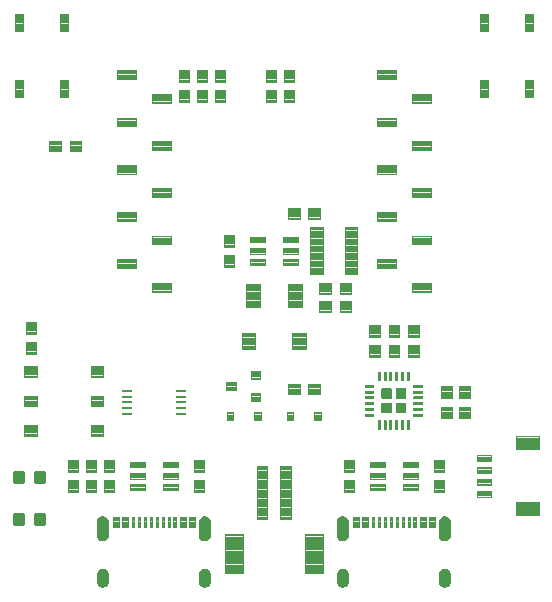
<source format=gtp>
G04 EAGLE Gerber RS-274X export*
G75*
%MOMM*%
%FSLAX34Y34*%
%LPD*%
%INSolderpaste Top*%
%IPPOS*%
%AMOC8*
5,1,8,0,0,1.08239X$1,22.5*%
G01*
%ADD10C,0.100000*%
%ADD11C,0.096000*%
%ADD12C,0.102000*%
%ADD13C,0.099059*%
%ADD14C,0.300000*%
%ADD15R,0.875000X0.250000*%
%ADD16C,0.101600*%
%ADD17C,0.104000*%
%ADD18C,0.100800*%
%ADD19C,0.099000*%
%ADD20C,0.102869*%

G36*
X373200Y46491D02*
X373200Y46491D01*
X373201Y46491D01*
X374269Y46510D01*
X374276Y46515D01*
X374280Y46511D01*
X375317Y46767D01*
X375322Y46774D01*
X375328Y46771D01*
X376282Y47252D01*
X376286Y47259D01*
X376291Y47258D01*
X377115Y47939D01*
X377116Y47947D01*
X377122Y47947D01*
X377773Y48794D01*
X377773Y48802D01*
X377779Y48803D01*
X378226Y49774D01*
X378224Y49782D01*
X378229Y49784D01*
X378448Y50830D01*
X378445Y50837D01*
X378449Y50840D01*
X378449Y62840D01*
X378446Y62845D01*
X378449Y62848D01*
X378269Y63943D01*
X378263Y63949D01*
X378266Y63954D01*
X377847Y64982D01*
X377840Y64986D01*
X377842Y64991D01*
X377205Y65900D01*
X377197Y65903D01*
X377197Y65908D01*
X376374Y66652D01*
X376366Y66653D01*
X376365Y66659D01*
X375397Y67201D01*
X375388Y67200D01*
X375386Y67206D01*
X374322Y67519D01*
X374317Y67517D01*
X374313Y67517D01*
X374311Y67521D01*
X373203Y67589D01*
X373197Y67585D01*
X373193Y67589D01*
X372085Y67419D01*
X372079Y67413D01*
X372074Y67416D01*
X371032Y67004D01*
X371028Y66997D01*
X371023Y66999D01*
X370098Y66365D01*
X370096Y66357D01*
X370090Y66358D01*
X369330Y65535D01*
X369329Y65526D01*
X369323Y65526D01*
X368766Y64554D01*
X368767Y64546D01*
X368761Y64544D01*
X368434Y63472D01*
X368437Y63464D01*
X368432Y63461D01*
X368351Y62344D01*
X368352Y62341D01*
X368351Y62340D01*
X368351Y50340D01*
X368356Y50333D01*
X368352Y50329D01*
X368571Y49385D01*
X368577Y49379D01*
X368575Y49374D01*
X368999Y48502D01*
X369006Y48499D01*
X369004Y48493D01*
X369611Y47737D01*
X369619Y47735D01*
X369619Y47729D01*
X370379Y47128D01*
X370388Y47128D01*
X370389Y47122D01*
X371264Y46704D01*
X371272Y46706D01*
X371274Y46701D01*
X372220Y46489D01*
X372227Y46492D01*
X372231Y46487D01*
X373200Y46491D01*
G37*
G36*
X170000Y46491D02*
X170000Y46491D01*
X170001Y46491D01*
X171069Y46510D01*
X171076Y46515D01*
X171080Y46511D01*
X172117Y46767D01*
X172122Y46774D01*
X172128Y46771D01*
X173082Y47252D01*
X173086Y47259D01*
X173091Y47258D01*
X173915Y47939D01*
X173916Y47947D01*
X173922Y47947D01*
X174573Y48794D01*
X174573Y48802D01*
X174579Y48803D01*
X175026Y49774D01*
X175024Y49782D01*
X175029Y49784D01*
X175248Y50830D01*
X175245Y50837D01*
X175249Y50840D01*
X175249Y62840D01*
X175246Y62845D01*
X175249Y62848D01*
X175069Y63943D01*
X175063Y63949D01*
X175066Y63954D01*
X174647Y64982D01*
X174640Y64986D01*
X174642Y64991D01*
X174005Y65900D01*
X173997Y65903D01*
X173997Y65908D01*
X173174Y66652D01*
X173166Y66653D01*
X173165Y66659D01*
X172197Y67201D01*
X172188Y67200D01*
X172186Y67206D01*
X171122Y67519D01*
X171117Y67517D01*
X171113Y67517D01*
X171111Y67521D01*
X170003Y67589D01*
X169997Y67585D01*
X169993Y67589D01*
X168885Y67419D01*
X168879Y67413D01*
X168874Y67416D01*
X167832Y67004D01*
X167828Y66997D01*
X167823Y66999D01*
X166898Y66365D01*
X166896Y66357D01*
X166890Y66358D01*
X166130Y65535D01*
X166129Y65526D01*
X166123Y65526D01*
X165566Y64554D01*
X165567Y64546D01*
X165561Y64544D01*
X165234Y63472D01*
X165237Y63464D01*
X165232Y63461D01*
X165151Y62344D01*
X165152Y62341D01*
X165151Y62340D01*
X165151Y50340D01*
X165156Y50333D01*
X165152Y50329D01*
X165371Y49385D01*
X165377Y49379D01*
X165375Y49374D01*
X165799Y48502D01*
X165806Y48499D01*
X165804Y48493D01*
X166411Y47737D01*
X166419Y47735D01*
X166419Y47729D01*
X167179Y47128D01*
X167188Y47128D01*
X167189Y47122D01*
X168064Y46704D01*
X168072Y46706D01*
X168074Y46701D01*
X169020Y46489D01*
X169027Y46492D01*
X169031Y46487D01*
X170000Y46491D01*
G37*
G36*
X287781Y46500D02*
X287781Y46500D01*
X287788Y46505D01*
X287792Y46501D01*
X288844Y46751D01*
X288849Y46757D01*
X288854Y46754D01*
X289824Y47231D01*
X289827Y47239D01*
X289833Y47237D01*
X290672Y47918D01*
X290674Y47926D01*
X290680Y47926D01*
X291346Y48777D01*
X291347Y48785D01*
X291352Y48786D01*
X291813Y49763D01*
X291811Y49771D01*
X291817Y49774D01*
X292048Y50829D01*
X292045Y50837D01*
X292049Y50840D01*
X292049Y62840D01*
X292045Y62845D01*
X292049Y62848D01*
X291856Y63954D01*
X291850Y63959D01*
X291853Y63964D01*
X291420Y64999D01*
X291413Y65003D01*
X291415Y65008D01*
X290762Y65921D01*
X290754Y65923D01*
X290755Y65929D01*
X289916Y66673D01*
X289907Y66674D01*
X289907Y66679D01*
X288923Y67218D01*
X288915Y67217D01*
X288913Y67222D01*
X287834Y67529D01*
X287826Y67526D01*
X287823Y67531D01*
X286703Y67589D01*
X286698Y67586D01*
X286695Y67589D01*
X285649Y67471D01*
X285643Y67465D01*
X285638Y67469D01*
X284644Y67121D01*
X284640Y67114D01*
X284635Y67116D01*
X283743Y66556D01*
X283741Y66549D01*
X283735Y66549D01*
X282991Y65805D01*
X282989Y65797D01*
X282984Y65797D01*
X282424Y64905D01*
X282424Y64897D01*
X282419Y64896D01*
X282071Y63902D01*
X282074Y63894D01*
X282069Y63891D01*
X281951Y62846D01*
X281953Y62842D01*
X281951Y62840D01*
X281951Y50840D01*
X281954Y50835D01*
X281951Y50832D01*
X282109Y49836D01*
X282115Y49830D01*
X282112Y49825D01*
X282487Y48889D01*
X282494Y48885D01*
X282492Y48879D01*
X283066Y48050D01*
X283074Y48047D01*
X283073Y48042D01*
X283817Y47361D01*
X283826Y47360D01*
X283826Y47354D01*
X284703Y46856D01*
X284712Y46857D01*
X284714Y46852D01*
X285679Y46561D01*
X285687Y46564D01*
X285690Y46559D01*
X286697Y46491D01*
X286699Y46492D01*
X286700Y46491D01*
X287781Y46500D01*
G37*
G36*
X84581Y46500D02*
X84581Y46500D01*
X84588Y46505D01*
X84592Y46501D01*
X85644Y46751D01*
X85649Y46757D01*
X85654Y46754D01*
X86624Y47231D01*
X86627Y47239D01*
X86633Y47237D01*
X87472Y47918D01*
X87474Y47926D01*
X87480Y47926D01*
X88146Y48777D01*
X88147Y48785D01*
X88152Y48786D01*
X88613Y49763D01*
X88611Y49771D01*
X88617Y49774D01*
X88848Y50829D01*
X88845Y50837D01*
X88849Y50840D01*
X88849Y62840D01*
X88845Y62845D01*
X88849Y62848D01*
X88656Y63954D01*
X88650Y63959D01*
X88653Y63964D01*
X88220Y64999D01*
X88213Y65003D01*
X88215Y65008D01*
X87562Y65921D01*
X87554Y65923D01*
X87555Y65929D01*
X86716Y66673D01*
X86707Y66674D01*
X86707Y66679D01*
X85723Y67218D01*
X85715Y67217D01*
X85713Y67222D01*
X84634Y67529D01*
X84626Y67526D01*
X84623Y67531D01*
X83503Y67589D01*
X83498Y67586D01*
X83495Y67589D01*
X82449Y67471D01*
X82443Y67465D01*
X82438Y67469D01*
X81444Y67121D01*
X81440Y67114D01*
X81435Y67116D01*
X80543Y66556D01*
X80541Y66549D01*
X80535Y66549D01*
X79791Y65805D01*
X79789Y65797D01*
X79784Y65797D01*
X79224Y64905D01*
X79224Y64897D01*
X79219Y64896D01*
X78871Y63902D01*
X78874Y63894D01*
X78869Y63891D01*
X78751Y62846D01*
X78753Y62842D01*
X78751Y62840D01*
X78751Y50840D01*
X78754Y50835D01*
X78751Y50832D01*
X78909Y49836D01*
X78915Y49830D01*
X78912Y49825D01*
X79287Y48889D01*
X79294Y48885D01*
X79292Y48879D01*
X79866Y48050D01*
X79874Y48047D01*
X79873Y48042D01*
X80617Y47361D01*
X80626Y47360D01*
X80626Y47354D01*
X81503Y46856D01*
X81512Y46857D01*
X81514Y46852D01*
X82479Y46561D01*
X82487Y46564D01*
X82490Y46559D01*
X83497Y46491D01*
X83499Y46492D01*
X83500Y46491D01*
X84581Y46500D01*
G37*
G36*
X373704Y6995D02*
X373704Y6995D01*
X373707Y6991D01*
X374783Y7146D01*
X374788Y7152D01*
X374793Y7149D01*
X375807Y7539D01*
X375811Y7546D01*
X375817Y7545D01*
X376719Y8151D01*
X376721Y8159D01*
X376727Y8158D01*
X377471Y8950D01*
X377472Y8958D01*
X377478Y8958D01*
X378027Y9896D01*
X378026Y9904D01*
X378032Y9906D01*
X378359Y10942D01*
X378356Y10950D01*
X378361Y10953D01*
X378449Y12036D01*
X378447Y12039D01*
X378449Y12040D01*
X378449Y18040D01*
X378446Y18044D01*
X378449Y18046D01*
X378299Y19179D01*
X378293Y19185D01*
X378296Y19190D01*
X377898Y20260D01*
X377891Y20264D01*
X377893Y20270D01*
X377266Y21225D01*
X377258Y21228D01*
X377259Y21233D01*
X376436Y22025D01*
X376428Y22026D01*
X376427Y22032D01*
X375448Y22621D01*
X375440Y22620D01*
X375438Y22625D01*
X374353Y22981D01*
X374345Y22979D01*
X374342Y22983D01*
X373205Y23089D01*
X373196Y23084D01*
X373191Y23088D01*
X372054Y22881D01*
X372048Y22875D01*
X372043Y22878D01*
X370981Y22423D01*
X370977Y22416D01*
X370971Y22418D01*
X370036Y21738D01*
X370034Y21730D01*
X370028Y21731D01*
X369268Y20860D01*
X369268Y20852D01*
X369262Y20851D01*
X368715Y19832D01*
X368716Y19824D01*
X368711Y19822D01*
X368707Y19809D01*
X368694Y19760D01*
X368693Y19760D01*
X368694Y19760D01*
X368680Y19711D01*
X368666Y19661D01*
X368653Y19612D01*
X368639Y19563D01*
X368626Y19514D01*
X368612Y19464D01*
X368599Y19415D01*
X368585Y19366D01*
X368571Y19317D01*
X368558Y19267D01*
X368544Y19218D01*
X368531Y19169D01*
X368517Y19120D01*
X368504Y19070D01*
X368490Y19021D01*
X368477Y18972D01*
X368476Y18972D01*
X368463Y18923D01*
X368449Y18873D01*
X368404Y18708D01*
X368407Y18700D01*
X368402Y18697D01*
X368351Y17542D01*
X368352Y17541D01*
X368351Y17540D01*
X368351Y11540D01*
X368355Y11534D01*
X368352Y11531D01*
X368564Y10450D01*
X368570Y10445D01*
X368567Y10440D01*
X369014Y9434D01*
X369021Y9430D01*
X369019Y9424D01*
X369679Y8543D01*
X369687Y8540D01*
X369687Y8535D01*
X370526Y7822D01*
X370534Y7822D01*
X370535Y7816D01*
X371512Y7308D01*
X371520Y7309D01*
X371522Y7304D01*
X372587Y7026D01*
X372595Y7029D01*
X372598Y7025D01*
X373699Y6991D01*
X373704Y6995D01*
G37*
G36*
X170504Y6995D02*
X170504Y6995D01*
X170507Y6991D01*
X171583Y7146D01*
X171588Y7152D01*
X171593Y7149D01*
X172607Y7539D01*
X172611Y7546D01*
X172617Y7545D01*
X173519Y8151D01*
X173521Y8159D01*
X173527Y8158D01*
X174271Y8950D01*
X174272Y8958D01*
X174278Y8958D01*
X174827Y9896D01*
X174826Y9904D01*
X174832Y9906D01*
X175159Y10942D01*
X175156Y10950D01*
X175161Y10953D01*
X175249Y12036D01*
X175247Y12039D01*
X175249Y12040D01*
X175249Y18040D01*
X175246Y18044D01*
X175249Y18046D01*
X175099Y19179D01*
X175093Y19185D01*
X175096Y19190D01*
X174698Y20260D01*
X174691Y20264D01*
X174693Y20270D01*
X174066Y21225D01*
X174058Y21228D01*
X174059Y21233D01*
X173236Y22025D01*
X173228Y22026D01*
X173227Y22032D01*
X172248Y22621D01*
X172240Y22620D01*
X172238Y22625D01*
X171153Y22981D01*
X171145Y22979D01*
X171142Y22983D01*
X170005Y23089D01*
X169996Y23084D01*
X169991Y23088D01*
X168854Y22881D01*
X168848Y22875D01*
X168843Y22878D01*
X167781Y22423D01*
X167777Y22416D01*
X167771Y22418D01*
X166836Y21738D01*
X166834Y21730D01*
X166828Y21731D01*
X166068Y20860D01*
X166068Y20852D01*
X166062Y20851D01*
X165515Y19832D01*
X165516Y19824D01*
X165511Y19822D01*
X165507Y19809D01*
X165494Y19760D01*
X165493Y19760D01*
X165494Y19760D01*
X165480Y19711D01*
X165466Y19661D01*
X165453Y19612D01*
X165439Y19563D01*
X165426Y19514D01*
X165412Y19464D01*
X165399Y19415D01*
X165385Y19366D01*
X165371Y19317D01*
X165358Y19267D01*
X165344Y19218D01*
X165331Y19169D01*
X165317Y19120D01*
X165304Y19070D01*
X165290Y19021D01*
X165277Y18972D01*
X165276Y18972D01*
X165263Y18923D01*
X165249Y18873D01*
X165204Y18708D01*
X165207Y18700D01*
X165202Y18697D01*
X165151Y17542D01*
X165152Y17541D01*
X165151Y17540D01*
X165151Y11540D01*
X165155Y11534D01*
X165152Y11531D01*
X165364Y10450D01*
X165370Y10445D01*
X165367Y10440D01*
X165814Y9434D01*
X165821Y9430D01*
X165819Y9424D01*
X166479Y8543D01*
X166487Y8540D01*
X166487Y8535D01*
X167326Y7822D01*
X167334Y7822D01*
X167335Y7816D01*
X168312Y7308D01*
X168320Y7309D01*
X168322Y7304D01*
X169387Y7026D01*
X169395Y7029D01*
X169398Y7025D01*
X170499Y6991D01*
X170504Y6995D01*
G37*
G36*
X84002Y6995D02*
X84002Y6995D01*
X84007Y6991D01*
X85094Y7136D01*
X85100Y7142D01*
X85105Y7139D01*
X86133Y7523D01*
X86138Y7529D01*
X86143Y7528D01*
X87060Y8130D01*
X87063Y8138D01*
X87069Y8137D01*
X87829Y8929D01*
X87830Y8937D01*
X87836Y8938D01*
X88400Y9879D01*
X88400Y9882D01*
X88401Y9883D01*
X88400Y9885D01*
X88399Y9887D01*
X88405Y9889D01*
X88746Y10932D01*
X88744Y10940D01*
X88748Y10943D01*
X88849Y12036D01*
X88847Y12038D01*
X88849Y12040D01*
X88849Y18040D01*
X88847Y18043D01*
X88849Y18045D01*
X88748Y19137D01*
X88743Y19143D01*
X88746Y19148D01*
X88405Y20191D01*
X88398Y20196D01*
X88400Y20201D01*
X87836Y21142D01*
X87828Y21145D01*
X87829Y21151D01*
X87069Y21943D01*
X87061Y21944D01*
X87060Y21950D01*
X86143Y22553D01*
X86135Y22552D01*
X86133Y22558D01*
X85105Y22941D01*
X85097Y22939D01*
X85094Y22944D01*
X84007Y23089D01*
X83999Y23085D01*
X83995Y23089D01*
X82858Y22983D01*
X82852Y22978D01*
X82847Y22981D01*
X81762Y22625D01*
X81757Y22618D01*
X81752Y22621D01*
X80773Y22032D01*
X80770Y22024D01*
X80764Y22025D01*
X79941Y21233D01*
X79940Y21225D01*
X79934Y21225D01*
X79307Y20270D01*
X79308Y20262D01*
X79302Y20260D01*
X78904Y19190D01*
X78906Y19182D01*
X78901Y19179D01*
X78751Y18046D01*
X78754Y18042D01*
X78751Y18040D01*
X78751Y12040D01*
X78754Y12036D01*
X78751Y12034D01*
X78901Y10901D01*
X78907Y10895D01*
X78904Y10890D01*
X79302Y9820D01*
X79309Y9816D01*
X79307Y9810D01*
X79934Y8855D01*
X79942Y8852D01*
X79941Y8847D01*
X80764Y8055D01*
X80772Y8054D01*
X80773Y8048D01*
X81752Y7459D01*
X81760Y7460D01*
X81762Y7455D01*
X82847Y7099D01*
X82855Y7102D01*
X82858Y7097D01*
X83995Y6991D01*
X84002Y6995D01*
G37*
G36*
X287202Y6995D02*
X287202Y6995D01*
X287207Y6991D01*
X288294Y7136D01*
X288300Y7142D01*
X288305Y7139D01*
X289333Y7523D01*
X289338Y7529D01*
X289343Y7528D01*
X290260Y8130D01*
X290263Y8138D01*
X290269Y8137D01*
X291029Y8929D01*
X291030Y8937D01*
X291036Y8938D01*
X291600Y9879D01*
X291600Y9882D01*
X291601Y9883D01*
X291600Y9885D01*
X291599Y9887D01*
X291605Y9889D01*
X291946Y10932D01*
X291944Y10940D01*
X291948Y10943D01*
X292049Y12036D01*
X292047Y12038D01*
X292049Y12040D01*
X292049Y18040D01*
X292047Y18043D01*
X292049Y18045D01*
X291948Y19137D01*
X291943Y19143D01*
X291946Y19148D01*
X291605Y20191D01*
X291598Y20196D01*
X291600Y20201D01*
X291036Y21142D01*
X291028Y21145D01*
X291029Y21151D01*
X290269Y21943D01*
X290261Y21944D01*
X290260Y21950D01*
X289343Y22553D01*
X289335Y22552D01*
X289333Y22558D01*
X288305Y22941D01*
X288297Y22939D01*
X288294Y22944D01*
X287207Y23089D01*
X287199Y23085D01*
X287195Y23089D01*
X286058Y22983D01*
X286052Y22978D01*
X286047Y22981D01*
X284962Y22625D01*
X284957Y22618D01*
X284952Y22621D01*
X283973Y22032D01*
X283970Y22024D01*
X283964Y22025D01*
X283141Y21233D01*
X283140Y21225D01*
X283134Y21225D01*
X282507Y20270D01*
X282508Y20262D01*
X282502Y20260D01*
X282104Y19190D01*
X282106Y19182D01*
X282101Y19179D01*
X281951Y18046D01*
X281954Y18042D01*
X281951Y18040D01*
X281951Y12040D01*
X281954Y12036D01*
X281951Y12034D01*
X282101Y10901D01*
X282107Y10895D01*
X282104Y10890D01*
X282502Y9820D01*
X282509Y9816D01*
X282507Y9810D01*
X283134Y8855D01*
X283142Y8852D01*
X283141Y8847D01*
X283964Y8055D01*
X283972Y8054D01*
X283973Y8048D01*
X284952Y7459D01*
X284960Y7460D01*
X284962Y7455D01*
X286047Y7099D01*
X286055Y7102D01*
X286058Y7097D01*
X287195Y6991D01*
X287202Y6995D01*
G37*
G36*
X327765Y166977D02*
X327765Y166977D01*
X327831Y166979D01*
X327874Y166997D01*
X327921Y167005D01*
X327978Y167039D01*
X328038Y167064D01*
X328073Y167095D01*
X328114Y167120D01*
X328156Y167171D01*
X328204Y167215D01*
X328226Y167257D01*
X328255Y167294D01*
X328276Y167356D01*
X328307Y167415D01*
X328315Y167469D01*
X328327Y167506D01*
X328326Y167546D01*
X328334Y167600D01*
X328334Y175100D01*
X328323Y175165D01*
X328321Y175231D01*
X328303Y175274D01*
X328295Y175321D01*
X328261Y175378D01*
X328236Y175438D01*
X328205Y175473D01*
X328180Y175514D01*
X328129Y175556D01*
X328085Y175604D01*
X328043Y175626D01*
X328006Y175655D01*
X327944Y175676D01*
X327885Y175707D01*
X327831Y175715D01*
X327794Y175727D01*
X327754Y175726D01*
X327700Y175734D01*
X320200Y175734D01*
X320135Y175723D01*
X320069Y175721D01*
X320026Y175703D01*
X319979Y175695D01*
X319922Y175661D01*
X319862Y175636D01*
X319827Y175605D01*
X319786Y175580D01*
X319745Y175529D01*
X319696Y175485D01*
X319674Y175443D01*
X319645Y175406D01*
X319624Y175344D01*
X319593Y175285D01*
X319585Y175231D01*
X319573Y175194D01*
X319574Y175154D01*
X319566Y175100D01*
X319566Y167600D01*
X319577Y167535D01*
X319579Y167469D01*
X319597Y167426D01*
X319605Y167379D01*
X319639Y167322D01*
X319664Y167262D01*
X319695Y167227D01*
X319720Y167186D01*
X319771Y167145D01*
X319815Y167096D01*
X319857Y167074D01*
X319894Y167045D01*
X319956Y167024D01*
X320015Y166993D01*
X320069Y166985D01*
X320106Y166973D01*
X320146Y166974D01*
X320200Y166966D01*
X327700Y166966D01*
X327765Y166977D01*
G37*
G36*
X340265Y154477D02*
X340265Y154477D01*
X340331Y154479D01*
X340374Y154497D01*
X340421Y154505D01*
X340478Y154539D01*
X340538Y154564D01*
X340573Y154595D01*
X340614Y154620D01*
X340656Y154671D01*
X340704Y154715D01*
X340726Y154757D01*
X340755Y154794D01*
X340776Y154856D01*
X340807Y154915D01*
X340815Y154969D01*
X340827Y155006D01*
X340826Y155046D01*
X340834Y155100D01*
X340834Y162600D01*
X340823Y162665D01*
X340821Y162731D01*
X340803Y162774D01*
X340795Y162821D01*
X340761Y162878D01*
X340736Y162938D01*
X340705Y162973D01*
X340680Y163014D01*
X340629Y163056D01*
X340585Y163104D01*
X340543Y163126D01*
X340506Y163155D01*
X340444Y163176D01*
X340385Y163207D01*
X340331Y163215D01*
X340294Y163227D01*
X340254Y163226D01*
X340200Y163234D01*
X332700Y163234D01*
X332635Y163223D01*
X332569Y163221D01*
X332526Y163203D01*
X332479Y163195D01*
X332422Y163161D01*
X332362Y163136D01*
X332327Y163105D01*
X332286Y163080D01*
X332245Y163029D01*
X332196Y162985D01*
X332174Y162943D01*
X332145Y162906D01*
X332124Y162844D01*
X332093Y162785D01*
X332085Y162731D01*
X332073Y162694D01*
X332074Y162654D01*
X332066Y162600D01*
X332066Y155100D01*
X332077Y155035D01*
X332079Y154969D01*
X332097Y154926D01*
X332105Y154879D01*
X332139Y154822D01*
X332164Y154762D01*
X332195Y154727D01*
X332220Y154686D01*
X332271Y154645D01*
X332315Y154596D01*
X332357Y154574D01*
X332394Y154545D01*
X332456Y154524D01*
X332515Y154493D01*
X332569Y154485D01*
X332606Y154473D01*
X332646Y154474D01*
X332700Y154466D01*
X340200Y154466D01*
X340265Y154477D01*
G37*
G36*
X327765Y154477D02*
X327765Y154477D01*
X327831Y154479D01*
X327874Y154497D01*
X327921Y154505D01*
X327978Y154539D01*
X328038Y154564D01*
X328073Y154595D01*
X328114Y154620D01*
X328156Y154671D01*
X328204Y154715D01*
X328226Y154757D01*
X328255Y154794D01*
X328276Y154856D01*
X328307Y154915D01*
X328315Y154969D01*
X328327Y155006D01*
X328326Y155046D01*
X328334Y155100D01*
X328334Y162600D01*
X328323Y162665D01*
X328321Y162731D01*
X328303Y162774D01*
X328295Y162821D01*
X328261Y162878D01*
X328236Y162938D01*
X328205Y162973D01*
X328180Y163014D01*
X328129Y163056D01*
X328085Y163104D01*
X328043Y163126D01*
X328006Y163155D01*
X327944Y163176D01*
X327885Y163207D01*
X327831Y163215D01*
X327794Y163227D01*
X327754Y163226D01*
X327700Y163234D01*
X320200Y163234D01*
X320135Y163223D01*
X320069Y163221D01*
X320026Y163203D01*
X319979Y163195D01*
X319922Y163161D01*
X319862Y163136D01*
X319827Y163105D01*
X319786Y163080D01*
X319745Y163029D01*
X319696Y162985D01*
X319674Y162943D01*
X319645Y162906D01*
X319624Y162844D01*
X319593Y162785D01*
X319585Y162731D01*
X319573Y162694D01*
X319574Y162654D01*
X319566Y162600D01*
X319566Y155100D01*
X319577Y155035D01*
X319579Y154969D01*
X319597Y154926D01*
X319605Y154879D01*
X319639Y154822D01*
X319664Y154762D01*
X319695Y154727D01*
X319720Y154686D01*
X319771Y154645D01*
X319815Y154596D01*
X319857Y154574D01*
X319894Y154545D01*
X319956Y154524D01*
X320015Y154493D01*
X320069Y154485D01*
X320106Y154473D01*
X320146Y154474D01*
X320200Y154466D01*
X327700Y154466D01*
X327765Y154477D01*
G37*
G36*
X340265Y166977D02*
X340265Y166977D01*
X340331Y166979D01*
X340374Y166997D01*
X340421Y167005D01*
X340478Y167039D01*
X340538Y167064D01*
X340573Y167095D01*
X340614Y167120D01*
X340656Y167171D01*
X340704Y167215D01*
X340726Y167257D01*
X340755Y167294D01*
X340776Y167356D01*
X340807Y167415D01*
X340815Y167469D01*
X340827Y167506D01*
X340826Y167546D01*
X340834Y167600D01*
X340834Y175100D01*
X340823Y175165D01*
X340821Y175231D01*
X340803Y175274D01*
X340795Y175321D01*
X340761Y175378D01*
X340736Y175438D01*
X340705Y175473D01*
X340680Y175514D01*
X340629Y175556D01*
X340585Y175604D01*
X340543Y175626D01*
X340506Y175655D01*
X340444Y175676D01*
X340385Y175707D01*
X340331Y175715D01*
X340294Y175727D01*
X340254Y175726D01*
X340200Y175734D01*
X332700Y175734D01*
X332635Y175723D01*
X332569Y175721D01*
X332526Y175703D01*
X332479Y175695D01*
X332422Y175661D01*
X332362Y175636D01*
X332327Y175605D01*
X332286Y175580D01*
X332245Y175529D01*
X332196Y175485D01*
X332174Y175443D01*
X332145Y175406D01*
X332124Y175344D01*
X332093Y175285D01*
X332085Y175231D01*
X332073Y175194D01*
X332074Y175154D01*
X332066Y175100D01*
X332066Y167600D01*
X332077Y167535D01*
X332079Y167469D01*
X332097Y167426D01*
X332105Y167379D01*
X332139Y167322D01*
X332164Y167262D01*
X332195Y167227D01*
X332220Y167186D01*
X332271Y167145D01*
X332315Y167096D01*
X332357Y167074D01*
X332394Y167045D01*
X332456Y167024D01*
X332515Y166993D01*
X332569Y166985D01*
X332606Y166973D01*
X332646Y166974D01*
X332700Y166966D01*
X340200Y166966D01*
X340265Y166977D01*
G37*
G36*
X354647Y171387D02*
X354647Y171387D01*
X354642Y171394D01*
X354649Y171400D01*
X354649Y173800D01*
X354613Y173847D01*
X354606Y173842D01*
X354600Y173849D01*
X346800Y173849D01*
X346753Y173813D01*
X346758Y173806D01*
X346751Y173800D01*
X346751Y171400D01*
X346787Y171353D01*
X346794Y171358D01*
X346800Y171351D01*
X354600Y171351D01*
X354647Y171387D01*
G37*
G36*
X313647Y171387D02*
X313647Y171387D01*
X313642Y171394D01*
X313649Y171400D01*
X313649Y173800D01*
X313613Y173847D01*
X313606Y173842D01*
X313600Y173849D01*
X305800Y173849D01*
X305753Y173813D01*
X305758Y173806D01*
X305751Y173800D01*
X305751Y171400D01*
X305787Y171353D01*
X305794Y171358D01*
X305800Y171351D01*
X313600Y171351D01*
X313647Y171387D01*
G37*
G36*
X313647Y166387D02*
X313647Y166387D01*
X313642Y166394D01*
X313649Y166400D01*
X313649Y168800D01*
X313613Y168847D01*
X313606Y168842D01*
X313600Y168849D01*
X305800Y168849D01*
X305753Y168813D01*
X305758Y168806D01*
X305751Y168800D01*
X305751Y166400D01*
X305787Y166353D01*
X305794Y166358D01*
X305800Y166351D01*
X313600Y166351D01*
X313647Y166387D01*
G37*
G36*
X354647Y166387D02*
X354647Y166387D01*
X354642Y166394D01*
X354649Y166400D01*
X354649Y168800D01*
X354613Y168847D01*
X354606Y168842D01*
X354600Y168849D01*
X346800Y168849D01*
X346753Y168813D01*
X346758Y168806D01*
X346751Y168800D01*
X346751Y166400D01*
X346787Y166353D01*
X346794Y166358D01*
X346800Y166351D01*
X354600Y166351D01*
X354647Y166387D01*
G37*
G36*
X354647Y161387D02*
X354647Y161387D01*
X354642Y161394D01*
X354649Y161400D01*
X354649Y163800D01*
X354613Y163847D01*
X354606Y163842D01*
X354600Y163849D01*
X346800Y163849D01*
X346753Y163813D01*
X346758Y163806D01*
X346751Y163800D01*
X346751Y161400D01*
X346787Y161353D01*
X346794Y161358D01*
X346800Y161351D01*
X354600Y161351D01*
X354647Y161387D01*
G37*
G36*
X313647Y161387D02*
X313647Y161387D01*
X313642Y161394D01*
X313649Y161400D01*
X313649Y163800D01*
X313613Y163847D01*
X313606Y163842D01*
X313600Y163849D01*
X305800Y163849D01*
X305753Y163813D01*
X305758Y163806D01*
X305751Y163800D01*
X305751Y161400D01*
X305787Y161353D01*
X305794Y161358D01*
X305800Y161351D01*
X313600Y161351D01*
X313647Y161387D01*
G37*
G36*
X333947Y181687D02*
X333947Y181687D01*
X333942Y181694D01*
X333949Y181700D01*
X333949Y189500D01*
X333913Y189547D01*
X333906Y189542D01*
X333900Y189549D01*
X331500Y189549D01*
X331453Y189513D01*
X331458Y189506D01*
X331451Y189500D01*
X331451Y181700D01*
X331487Y181653D01*
X331494Y181658D01*
X331500Y181651D01*
X333900Y181651D01*
X333947Y181687D01*
G37*
G36*
X354647Y156387D02*
X354647Y156387D01*
X354642Y156394D01*
X354649Y156400D01*
X354649Y158800D01*
X354613Y158847D01*
X354606Y158842D01*
X354600Y158849D01*
X346800Y158849D01*
X346753Y158813D01*
X346758Y158806D01*
X346751Y158800D01*
X346751Y156400D01*
X346787Y156353D01*
X346794Y156358D01*
X346800Y156351D01*
X354600Y156351D01*
X354647Y156387D01*
G37*
G36*
X313647Y151387D02*
X313647Y151387D01*
X313642Y151394D01*
X313649Y151400D01*
X313649Y153800D01*
X313613Y153847D01*
X313606Y153842D01*
X313600Y153849D01*
X305800Y153849D01*
X305753Y153813D01*
X305758Y153806D01*
X305751Y153800D01*
X305751Y151400D01*
X305787Y151353D01*
X305794Y151358D01*
X305800Y151351D01*
X313600Y151351D01*
X313647Y151387D01*
G37*
G36*
X354647Y151387D02*
X354647Y151387D01*
X354642Y151394D01*
X354649Y151400D01*
X354649Y153800D01*
X354613Y153847D01*
X354606Y153842D01*
X354600Y153849D01*
X346800Y153849D01*
X346753Y153813D01*
X346758Y153806D01*
X346751Y153800D01*
X346751Y151400D01*
X346787Y151353D01*
X346794Y151358D01*
X346800Y151351D01*
X354600Y151351D01*
X354647Y151387D01*
G37*
G36*
X323947Y140687D02*
X323947Y140687D01*
X323942Y140694D01*
X323949Y140700D01*
X323949Y148500D01*
X323913Y148547D01*
X323906Y148542D01*
X323900Y148549D01*
X321500Y148549D01*
X321453Y148513D01*
X321458Y148506D01*
X321451Y148500D01*
X321451Y140700D01*
X321487Y140653D01*
X321494Y140658D01*
X321500Y140651D01*
X323900Y140651D01*
X323947Y140687D01*
G37*
G36*
X318947Y140687D02*
X318947Y140687D01*
X318942Y140694D01*
X318949Y140700D01*
X318949Y148500D01*
X318913Y148547D01*
X318906Y148542D01*
X318900Y148549D01*
X316500Y148549D01*
X316453Y148513D01*
X316458Y148506D01*
X316451Y148500D01*
X316451Y140700D01*
X316487Y140653D01*
X316494Y140658D01*
X316500Y140651D01*
X318900Y140651D01*
X318947Y140687D01*
G37*
G36*
X343947Y140687D02*
X343947Y140687D01*
X343942Y140694D01*
X343949Y140700D01*
X343949Y148500D01*
X343913Y148547D01*
X343906Y148542D01*
X343900Y148549D01*
X341500Y148549D01*
X341453Y148513D01*
X341458Y148506D01*
X341451Y148500D01*
X341451Y140700D01*
X341487Y140653D01*
X341494Y140658D01*
X341500Y140651D01*
X343900Y140651D01*
X343947Y140687D01*
G37*
G36*
X328947Y140687D02*
X328947Y140687D01*
X328942Y140694D01*
X328949Y140700D01*
X328949Y148500D01*
X328913Y148547D01*
X328906Y148542D01*
X328900Y148549D01*
X326500Y148549D01*
X326453Y148513D01*
X326458Y148506D01*
X326451Y148500D01*
X326451Y140700D01*
X326487Y140653D01*
X326494Y140658D01*
X326500Y140651D01*
X328900Y140651D01*
X328947Y140687D01*
G37*
G36*
X338947Y140687D02*
X338947Y140687D01*
X338942Y140694D01*
X338949Y140700D01*
X338949Y148500D01*
X338913Y148547D01*
X338906Y148542D01*
X338900Y148549D01*
X336500Y148549D01*
X336453Y148513D01*
X336458Y148506D01*
X336451Y148500D01*
X336451Y140700D01*
X336487Y140653D01*
X336494Y140658D01*
X336500Y140651D01*
X338900Y140651D01*
X338947Y140687D01*
G37*
G36*
X333947Y140687D02*
X333947Y140687D01*
X333942Y140694D01*
X333949Y140700D01*
X333949Y148500D01*
X333913Y148547D01*
X333906Y148542D01*
X333900Y148549D01*
X331500Y148549D01*
X331453Y148513D01*
X331458Y148506D01*
X331451Y148500D01*
X331451Y140700D01*
X331487Y140653D01*
X331494Y140658D01*
X331500Y140651D01*
X333900Y140651D01*
X333947Y140687D01*
G37*
G36*
X343947Y181687D02*
X343947Y181687D01*
X343942Y181694D01*
X343949Y181700D01*
X343949Y189500D01*
X343913Y189547D01*
X343906Y189542D01*
X343900Y189549D01*
X341500Y189549D01*
X341453Y189513D01*
X341458Y189506D01*
X341451Y189500D01*
X341451Y181700D01*
X341487Y181653D01*
X341494Y181658D01*
X341500Y181651D01*
X343900Y181651D01*
X343947Y181687D01*
G37*
G36*
X323947Y181687D02*
X323947Y181687D01*
X323942Y181694D01*
X323949Y181700D01*
X323949Y189500D01*
X323913Y189547D01*
X323906Y189542D01*
X323900Y189549D01*
X321500Y189549D01*
X321453Y189513D01*
X321458Y189506D01*
X321451Y189500D01*
X321451Y181700D01*
X321487Y181653D01*
X321494Y181658D01*
X321500Y181651D01*
X323900Y181651D01*
X323947Y181687D01*
G37*
G36*
X338947Y181687D02*
X338947Y181687D01*
X338942Y181694D01*
X338949Y181700D01*
X338949Y189500D01*
X338913Y189547D01*
X338906Y189542D01*
X338900Y189549D01*
X336500Y189549D01*
X336453Y189513D01*
X336458Y189506D01*
X336451Y189500D01*
X336451Y181700D01*
X336487Y181653D01*
X336494Y181658D01*
X336500Y181651D01*
X338900Y181651D01*
X338947Y181687D01*
G37*
G36*
X318947Y181687D02*
X318947Y181687D01*
X318942Y181694D01*
X318949Y181700D01*
X318949Y189500D01*
X318913Y189547D01*
X318906Y189542D01*
X318900Y189549D01*
X316500Y189549D01*
X316453Y189513D01*
X316458Y189506D01*
X316451Y189500D01*
X316451Y181700D01*
X316487Y181653D01*
X316494Y181658D01*
X316500Y181651D01*
X318900Y181651D01*
X318947Y181687D01*
G37*
G36*
X328947Y181687D02*
X328947Y181687D01*
X328942Y181694D01*
X328949Y181700D01*
X328949Y189500D01*
X328913Y189547D01*
X328906Y189542D01*
X328900Y189549D01*
X326500Y189549D01*
X326453Y189513D01*
X326458Y189506D01*
X326451Y189500D01*
X326451Y181700D01*
X326487Y181653D01*
X326494Y181658D01*
X326500Y181651D01*
X328900Y181651D01*
X328947Y181687D01*
G37*
G36*
X313647Y176387D02*
X313647Y176387D01*
X313642Y176394D01*
X313649Y176400D01*
X313649Y178800D01*
X313613Y178847D01*
X313606Y178842D01*
X313600Y178849D01*
X305800Y178849D01*
X305753Y178813D01*
X305758Y178806D01*
X305751Y178800D01*
X305751Y176400D01*
X305787Y176353D01*
X305794Y176358D01*
X305800Y176351D01*
X313600Y176351D01*
X313647Y176387D01*
G37*
G36*
X354647Y176387D02*
X354647Y176387D01*
X354642Y176394D01*
X354649Y176400D01*
X354649Y178800D01*
X354613Y178847D01*
X354606Y178842D01*
X354600Y178849D01*
X346800Y178849D01*
X346753Y178813D01*
X346758Y178806D01*
X346751Y178800D01*
X346751Y176400D01*
X346787Y176353D01*
X346794Y176358D01*
X346800Y176351D01*
X354600Y176351D01*
X354647Y176387D01*
G37*
G36*
X313647Y156387D02*
X313647Y156387D01*
X313642Y156394D01*
X313649Y156400D01*
X313649Y158800D01*
X313613Y158847D01*
X313606Y158842D01*
X313600Y158849D01*
X305800Y158849D01*
X305753Y158813D01*
X305758Y158806D01*
X305751Y158800D01*
X305751Y156400D01*
X305787Y156353D01*
X305794Y156358D01*
X305800Y156351D01*
X313600Y156351D01*
X313647Y156387D01*
G37*
D10*
X234100Y110300D02*
X243100Y110300D01*
X243100Y65300D01*
X234100Y65300D01*
X234100Y110300D01*
X234100Y66250D02*
X243100Y66250D01*
X243100Y67200D02*
X234100Y67200D01*
X234100Y68150D02*
X243100Y68150D01*
X243100Y69100D02*
X234100Y69100D01*
X234100Y70050D02*
X243100Y70050D01*
X243100Y71000D02*
X234100Y71000D01*
X234100Y71950D02*
X243100Y71950D01*
X243100Y72900D02*
X234100Y72900D01*
X234100Y73850D02*
X243100Y73850D01*
X243100Y74800D02*
X234100Y74800D01*
X234100Y75750D02*
X243100Y75750D01*
X243100Y76700D02*
X234100Y76700D01*
X234100Y77650D02*
X243100Y77650D01*
X243100Y78600D02*
X234100Y78600D01*
X234100Y79550D02*
X243100Y79550D01*
X243100Y80500D02*
X234100Y80500D01*
X234100Y81450D02*
X243100Y81450D01*
X243100Y82400D02*
X234100Y82400D01*
X234100Y83350D02*
X243100Y83350D01*
X243100Y84300D02*
X234100Y84300D01*
X234100Y85250D02*
X243100Y85250D01*
X243100Y86200D02*
X234100Y86200D01*
X234100Y87150D02*
X243100Y87150D01*
X243100Y88100D02*
X234100Y88100D01*
X234100Y89050D02*
X243100Y89050D01*
X243100Y90000D02*
X234100Y90000D01*
X234100Y90950D02*
X243100Y90950D01*
X243100Y91900D02*
X234100Y91900D01*
X234100Y92850D02*
X243100Y92850D01*
X243100Y93800D02*
X234100Y93800D01*
X234100Y94750D02*
X243100Y94750D01*
X243100Y95700D02*
X234100Y95700D01*
X234100Y96650D02*
X243100Y96650D01*
X243100Y97600D02*
X234100Y97600D01*
X234100Y98550D02*
X243100Y98550D01*
X243100Y99500D02*
X234100Y99500D01*
X234100Y100450D02*
X243100Y100450D01*
X243100Y101400D02*
X234100Y101400D01*
X234100Y102350D02*
X243100Y102350D01*
X243100Y103300D02*
X234100Y103300D01*
X234100Y104250D02*
X243100Y104250D01*
X243100Y105200D02*
X234100Y105200D01*
X234100Y106150D02*
X243100Y106150D01*
X243100Y107100D02*
X234100Y107100D01*
X234100Y108050D02*
X243100Y108050D01*
X243100Y109000D02*
X234100Y109000D01*
X234100Y109950D02*
X243100Y109950D01*
X223100Y110300D02*
X214100Y110300D01*
X223100Y110300D02*
X223100Y65300D01*
X214100Y65300D01*
X214100Y110300D01*
X214100Y66250D02*
X223100Y66250D01*
X223100Y67200D02*
X214100Y67200D01*
X214100Y68150D02*
X223100Y68150D01*
X223100Y69100D02*
X214100Y69100D01*
X214100Y70050D02*
X223100Y70050D01*
X223100Y71000D02*
X214100Y71000D01*
X214100Y71950D02*
X223100Y71950D01*
X223100Y72900D02*
X214100Y72900D01*
X214100Y73850D02*
X223100Y73850D01*
X223100Y74800D02*
X214100Y74800D01*
X214100Y75750D02*
X223100Y75750D01*
X223100Y76700D02*
X214100Y76700D01*
X214100Y77650D02*
X223100Y77650D01*
X223100Y78600D02*
X214100Y78600D01*
X214100Y79550D02*
X223100Y79550D01*
X223100Y80500D02*
X214100Y80500D01*
X214100Y81450D02*
X223100Y81450D01*
X223100Y82400D02*
X214100Y82400D01*
X214100Y83350D02*
X223100Y83350D01*
X223100Y84300D02*
X214100Y84300D01*
X214100Y85250D02*
X223100Y85250D01*
X223100Y86200D02*
X214100Y86200D01*
X214100Y87150D02*
X223100Y87150D01*
X223100Y88100D02*
X214100Y88100D01*
X214100Y89050D02*
X223100Y89050D01*
X223100Y90000D02*
X214100Y90000D01*
X214100Y90950D02*
X223100Y90950D01*
X223100Y91900D02*
X214100Y91900D01*
X214100Y92850D02*
X223100Y92850D01*
X223100Y93800D02*
X214100Y93800D01*
X214100Y94750D02*
X223100Y94750D01*
X223100Y95700D02*
X214100Y95700D01*
X214100Y96650D02*
X223100Y96650D01*
X223100Y97600D02*
X214100Y97600D01*
X214100Y98550D02*
X223100Y98550D01*
X223100Y99500D02*
X214100Y99500D01*
X214100Y100450D02*
X223100Y100450D01*
X223100Y101400D02*
X214100Y101400D01*
X214100Y102350D02*
X223100Y102350D01*
X223100Y103300D02*
X214100Y103300D01*
X214100Y104250D02*
X223100Y104250D01*
X223100Y105200D02*
X214100Y105200D01*
X214100Y106150D02*
X223100Y106150D01*
X223100Y107100D02*
X214100Y107100D01*
X214100Y108050D02*
X223100Y108050D01*
X223100Y109000D02*
X214100Y109000D01*
X214100Y109950D02*
X223100Y109950D01*
D11*
X255080Y52320D02*
X255080Y19280D01*
X255080Y52320D02*
X270120Y52320D01*
X270120Y19280D01*
X255080Y19280D01*
X255080Y20192D02*
X270120Y20192D01*
X270120Y21104D02*
X255080Y21104D01*
X255080Y22016D02*
X270120Y22016D01*
X270120Y22928D02*
X255080Y22928D01*
X255080Y23840D02*
X270120Y23840D01*
X270120Y24752D02*
X255080Y24752D01*
X255080Y25664D02*
X270120Y25664D01*
X270120Y26576D02*
X255080Y26576D01*
X255080Y27488D02*
X270120Y27488D01*
X270120Y28400D02*
X255080Y28400D01*
X255080Y29312D02*
X270120Y29312D01*
X270120Y30224D02*
X255080Y30224D01*
X255080Y31136D02*
X270120Y31136D01*
X270120Y32048D02*
X255080Y32048D01*
X255080Y32960D02*
X270120Y32960D01*
X270120Y33872D02*
X255080Y33872D01*
X255080Y34784D02*
X270120Y34784D01*
X270120Y35696D02*
X255080Y35696D01*
X255080Y36608D02*
X270120Y36608D01*
X270120Y37520D02*
X255080Y37520D01*
X255080Y38432D02*
X270120Y38432D01*
X270120Y39344D02*
X255080Y39344D01*
X255080Y40256D02*
X270120Y40256D01*
X270120Y41168D02*
X255080Y41168D01*
X255080Y42080D02*
X270120Y42080D01*
X270120Y42992D02*
X255080Y42992D01*
X255080Y43904D02*
X270120Y43904D01*
X270120Y44816D02*
X255080Y44816D01*
X255080Y45728D02*
X270120Y45728D01*
X270120Y46640D02*
X255080Y46640D01*
X255080Y47552D02*
X270120Y47552D01*
X270120Y48464D02*
X255080Y48464D01*
X255080Y49376D02*
X270120Y49376D01*
X270120Y50288D02*
X255080Y50288D01*
X255080Y51200D02*
X270120Y51200D01*
X270120Y52112D02*
X255080Y52112D01*
X187080Y52320D02*
X187080Y19280D01*
X187080Y52320D02*
X202120Y52320D01*
X202120Y19280D01*
X187080Y19280D01*
X187080Y20192D02*
X202120Y20192D01*
X202120Y21104D02*
X187080Y21104D01*
X187080Y22016D02*
X202120Y22016D01*
X202120Y22928D02*
X187080Y22928D01*
X187080Y23840D02*
X202120Y23840D01*
X202120Y24752D02*
X187080Y24752D01*
X187080Y25664D02*
X202120Y25664D01*
X202120Y26576D02*
X187080Y26576D01*
X187080Y27488D02*
X202120Y27488D01*
X202120Y28400D02*
X187080Y28400D01*
X187080Y29312D02*
X202120Y29312D01*
X202120Y30224D02*
X187080Y30224D01*
X187080Y31136D02*
X202120Y31136D01*
X202120Y32048D02*
X187080Y32048D01*
X187080Y32960D02*
X202120Y32960D01*
X202120Y33872D02*
X187080Y33872D01*
X187080Y34784D02*
X202120Y34784D01*
X202120Y35696D02*
X187080Y35696D01*
X187080Y36608D02*
X202120Y36608D01*
X202120Y37520D02*
X187080Y37520D01*
X187080Y38432D02*
X202120Y38432D01*
X202120Y39344D02*
X187080Y39344D01*
X187080Y40256D02*
X202120Y40256D01*
X202120Y41168D02*
X187080Y41168D01*
X187080Y42080D02*
X202120Y42080D01*
X202120Y42992D02*
X187080Y42992D01*
X187080Y43904D02*
X202120Y43904D01*
X202120Y44816D02*
X187080Y44816D01*
X187080Y45728D02*
X202120Y45728D01*
X202120Y46640D02*
X187080Y46640D01*
X187080Y47552D02*
X202120Y47552D01*
X202120Y48464D02*
X187080Y48464D01*
X187080Y49376D02*
X202120Y49376D01*
X202120Y50288D02*
X187080Y50288D01*
X187080Y51200D02*
X202120Y51200D01*
X202120Y52112D02*
X187080Y52112D01*
X452670Y68080D02*
X452670Y79120D01*
X452670Y68080D02*
X433630Y68080D01*
X433630Y79120D01*
X452670Y79120D01*
X452670Y68992D02*
X433630Y68992D01*
X433630Y69904D02*
X452670Y69904D01*
X452670Y70816D02*
X433630Y70816D01*
X433630Y71728D02*
X452670Y71728D01*
X452670Y72640D02*
X433630Y72640D01*
X433630Y73552D02*
X452670Y73552D01*
X452670Y74464D02*
X433630Y74464D01*
X433630Y75376D02*
X452670Y75376D01*
X452670Y76288D02*
X433630Y76288D01*
X433630Y77200D02*
X452670Y77200D01*
X452670Y78112D02*
X433630Y78112D01*
X433630Y79024D02*
X452670Y79024D01*
X452670Y124080D02*
X452670Y135120D01*
X452670Y124080D02*
X433630Y124080D01*
X433630Y135120D01*
X452670Y135120D01*
X452670Y124992D02*
X433630Y124992D01*
X433630Y125904D02*
X452670Y125904D01*
X452670Y126816D02*
X433630Y126816D01*
X433630Y127728D02*
X452670Y127728D01*
X452670Y128640D02*
X433630Y128640D01*
X433630Y129552D02*
X452670Y129552D01*
X452670Y130464D02*
X433630Y130464D01*
X433630Y131376D02*
X452670Y131376D01*
X452670Y132288D02*
X433630Y132288D01*
X433630Y133200D02*
X452670Y133200D01*
X452670Y134112D02*
X433630Y134112D01*
X433630Y135024D02*
X452670Y135024D01*
D12*
X412640Y89090D02*
X412640Y84110D01*
X400160Y84110D01*
X400160Y89090D01*
X412640Y89090D01*
X412640Y85079D02*
X400160Y85079D01*
X400160Y86048D02*
X412640Y86048D01*
X412640Y87017D02*
X400160Y87017D01*
X400160Y87986D02*
X412640Y87986D01*
X412640Y88955D02*
X400160Y88955D01*
X412640Y94110D02*
X412640Y99090D01*
X412640Y94110D02*
X400160Y94110D01*
X400160Y99090D01*
X412640Y99090D01*
X412640Y95079D02*
X400160Y95079D01*
X400160Y96048D02*
X412640Y96048D01*
X412640Y97017D02*
X400160Y97017D01*
X400160Y97986D02*
X412640Y97986D01*
X412640Y98955D02*
X400160Y98955D01*
X412640Y104110D02*
X412640Y109090D01*
X412640Y104110D02*
X400160Y104110D01*
X400160Y109090D01*
X412640Y109090D01*
X412640Y105079D02*
X400160Y105079D01*
X400160Y106048D02*
X412640Y106048D01*
X412640Y107017D02*
X400160Y107017D01*
X400160Y107986D02*
X412640Y107986D01*
X412640Y108955D02*
X400160Y108955D01*
X412640Y114110D02*
X412640Y119090D01*
X412640Y114110D02*
X400160Y114110D01*
X400160Y119090D01*
X412640Y119090D01*
X412640Y115079D02*
X400160Y115079D01*
X400160Y116048D02*
X412640Y116048D01*
X412640Y117017D02*
X400160Y117017D01*
X400160Y117986D02*
X412640Y117986D01*
X412640Y118955D02*
X400160Y118955D01*
D10*
X221560Y435300D02*
X221560Y445300D01*
X230560Y445300D01*
X230560Y435300D01*
X221560Y435300D01*
X221560Y436250D02*
X230560Y436250D01*
X230560Y437200D02*
X221560Y437200D01*
X221560Y438150D02*
X230560Y438150D01*
X230560Y439100D02*
X221560Y439100D01*
X221560Y440050D02*
X230560Y440050D01*
X230560Y441000D02*
X221560Y441000D01*
X221560Y441950D02*
X230560Y441950D01*
X230560Y442900D02*
X221560Y442900D01*
X221560Y443850D02*
X230560Y443850D01*
X230560Y444800D02*
X221560Y444800D01*
X221560Y428300D02*
X221560Y418300D01*
X221560Y428300D02*
X230560Y428300D01*
X230560Y418300D01*
X221560Y418300D01*
X221560Y419250D02*
X230560Y419250D01*
X230560Y420200D02*
X221560Y420200D01*
X221560Y421150D02*
X230560Y421150D01*
X230560Y422100D02*
X221560Y422100D01*
X221560Y423050D02*
X230560Y423050D01*
X230560Y424000D02*
X221560Y424000D01*
X221560Y424950D02*
X230560Y424950D01*
X230560Y425900D02*
X221560Y425900D01*
X221560Y426850D02*
X230560Y426850D01*
X230560Y427800D02*
X221560Y427800D01*
X236800Y435300D02*
X236800Y445300D01*
X245800Y445300D01*
X245800Y435300D01*
X236800Y435300D01*
X236800Y436250D02*
X245800Y436250D01*
X245800Y437200D02*
X236800Y437200D01*
X236800Y438150D02*
X245800Y438150D01*
X245800Y439100D02*
X236800Y439100D01*
X236800Y440050D02*
X245800Y440050D01*
X245800Y441000D02*
X236800Y441000D01*
X236800Y441950D02*
X245800Y441950D01*
X245800Y442900D02*
X236800Y442900D01*
X236800Y443850D02*
X245800Y443850D01*
X245800Y444800D02*
X236800Y444800D01*
X236800Y428300D02*
X236800Y418300D01*
X236800Y428300D02*
X245800Y428300D01*
X245800Y418300D01*
X236800Y418300D01*
X236800Y419250D02*
X245800Y419250D01*
X245800Y420200D02*
X236800Y420200D01*
X236800Y421150D02*
X245800Y421150D01*
X245800Y422100D02*
X236800Y422100D01*
X236800Y423050D02*
X245800Y423050D01*
X245800Y424000D02*
X236800Y424000D01*
X236800Y424950D02*
X245800Y424950D01*
X245800Y425900D02*
X236800Y425900D01*
X236800Y426850D02*
X245800Y426850D01*
X245800Y427800D02*
X236800Y427800D01*
D12*
X336710Y58150D02*
X338690Y58150D01*
X336710Y58150D02*
X336710Y67130D01*
X338690Y67130D01*
X338690Y58150D01*
X338690Y59119D02*
X336710Y59119D01*
X336710Y60088D02*
X338690Y60088D01*
X338690Y61057D02*
X336710Y61057D01*
X336710Y62026D02*
X338690Y62026D01*
X338690Y62995D02*
X336710Y62995D01*
X336710Y63964D02*
X338690Y63964D01*
X338690Y64933D02*
X336710Y64933D01*
X336710Y65902D02*
X338690Y65902D01*
X338690Y66871D02*
X336710Y66871D01*
X333690Y58150D02*
X331710Y58150D01*
X331710Y67130D01*
X333690Y67130D01*
X333690Y58150D01*
X333690Y59119D02*
X331710Y59119D01*
X331710Y60088D02*
X333690Y60088D01*
X333690Y61057D02*
X331710Y61057D01*
X331710Y62026D02*
X333690Y62026D01*
X333690Y62995D02*
X331710Y62995D01*
X331710Y63964D02*
X333690Y63964D01*
X333690Y64933D02*
X331710Y64933D01*
X331710Y65902D02*
X333690Y65902D01*
X333690Y66871D02*
X331710Y66871D01*
X359960Y58150D02*
X364940Y58150D01*
X359960Y58150D02*
X359960Y67130D01*
X364940Y67130D01*
X364940Y58150D01*
X364940Y59119D02*
X359960Y59119D01*
X359960Y60088D02*
X364940Y60088D01*
X364940Y61057D02*
X359960Y61057D01*
X359960Y62026D02*
X364940Y62026D01*
X364940Y62995D02*
X359960Y62995D01*
X359960Y63964D02*
X364940Y63964D01*
X364940Y64933D02*
X359960Y64933D01*
X359960Y65902D02*
X364940Y65902D01*
X364940Y66871D02*
X359960Y66871D01*
X357190Y58150D02*
X352210Y58150D01*
X352210Y67130D01*
X357190Y67130D01*
X357190Y58150D01*
X357190Y59119D02*
X352210Y59119D01*
X352210Y60088D02*
X357190Y60088D01*
X357190Y61057D02*
X352210Y61057D01*
X352210Y62026D02*
X357190Y62026D01*
X357190Y62995D02*
X352210Y62995D01*
X352210Y63964D02*
X357190Y63964D01*
X357190Y64933D02*
X352210Y64933D01*
X352210Y65902D02*
X357190Y65902D01*
X357190Y66871D02*
X352210Y66871D01*
X348690Y58150D02*
X346710Y58150D01*
X346710Y67130D01*
X348690Y67130D01*
X348690Y58150D01*
X348690Y59119D02*
X346710Y59119D01*
X346710Y60088D02*
X348690Y60088D01*
X348690Y61057D02*
X346710Y61057D01*
X346710Y62026D02*
X348690Y62026D01*
X348690Y62995D02*
X346710Y62995D01*
X346710Y63964D02*
X348690Y63964D01*
X348690Y64933D02*
X346710Y64933D01*
X346710Y65902D02*
X348690Y65902D01*
X348690Y66871D02*
X346710Y66871D01*
X343690Y58150D02*
X341710Y58150D01*
X341710Y67130D01*
X343690Y67130D01*
X343690Y58150D01*
X343690Y59119D02*
X341710Y59119D01*
X341710Y60088D02*
X343690Y60088D01*
X343690Y61057D02*
X341710Y61057D01*
X341710Y62026D02*
X343690Y62026D01*
X343690Y62995D02*
X341710Y62995D01*
X341710Y63964D02*
X343690Y63964D01*
X343690Y64933D02*
X341710Y64933D01*
X341710Y65902D02*
X343690Y65902D01*
X343690Y66871D02*
X341710Y66871D01*
X323690Y67130D02*
X321710Y67130D01*
X323690Y67130D02*
X323690Y58150D01*
X321710Y58150D01*
X321710Y67130D01*
X321710Y59119D02*
X323690Y59119D01*
X323690Y60088D02*
X321710Y60088D01*
X321710Y61057D02*
X323690Y61057D01*
X323690Y62026D02*
X321710Y62026D01*
X321710Y62995D02*
X323690Y62995D01*
X323690Y63964D02*
X321710Y63964D01*
X321710Y64933D02*
X323690Y64933D01*
X323690Y65902D02*
X321710Y65902D01*
X321710Y66871D02*
X323690Y66871D01*
X326710Y67130D02*
X328690Y67130D01*
X328690Y58150D01*
X326710Y58150D01*
X326710Y67130D01*
X326710Y59119D02*
X328690Y59119D01*
X328690Y60088D02*
X326710Y60088D01*
X326710Y61057D02*
X328690Y61057D01*
X328690Y62026D02*
X326710Y62026D01*
X326710Y62995D02*
X328690Y62995D01*
X328690Y63964D02*
X326710Y63964D01*
X326710Y64933D02*
X328690Y64933D01*
X328690Y65902D02*
X326710Y65902D01*
X326710Y66871D02*
X328690Y66871D01*
X300440Y67130D02*
X295460Y67130D01*
X300440Y67130D02*
X300440Y58150D01*
X295460Y58150D01*
X295460Y67130D01*
X295460Y59119D02*
X300440Y59119D01*
X300440Y60088D02*
X295460Y60088D01*
X295460Y61057D02*
X300440Y61057D01*
X300440Y62026D02*
X295460Y62026D01*
X295460Y62995D02*
X300440Y62995D01*
X300440Y63964D02*
X295460Y63964D01*
X295460Y64933D02*
X300440Y64933D01*
X300440Y65902D02*
X295460Y65902D01*
X295460Y66871D02*
X300440Y66871D01*
X303210Y67130D02*
X308190Y67130D01*
X308190Y58150D01*
X303210Y58150D01*
X303210Y67130D01*
X303210Y59119D02*
X308190Y59119D01*
X308190Y60088D02*
X303210Y60088D01*
X303210Y61057D02*
X308190Y61057D01*
X308190Y62026D02*
X303210Y62026D01*
X303210Y62995D02*
X308190Y62995D01*
X308190Y63964D02*
X303210Y63964D01*
X303210Y64933D02*
X308190Y64933D01*
X308190Y65902D02*
X303210Y65902D01*
X303210Y66871D02*
X308190Y66871D01*
X311710Y67130D02*
X313690Y67130D01*
X313690Y58150D01*
X311710Y58150D01*
X311710Y67130D01*
X311710Y59119D02*
X313690Y59119D01*
X313690Y60088D02*
X311710Y60088D01*
X311710Y61057D02*
X313690Y61057D01*
X313690Y62026D02*
X311710Y62026D01*
X311710Y62995D02*
X313690Y62995D01*
X313690Y63964D02*
X311710Y63964D01*
X311710Y64933D02*
X313690Y64933D01*
X313690Y65902D02*
X311710Y65902D01*
X311710Y66871D02*
X313690Y66871D01*
X316710Y67130D02*
X318690Y67130D01*
X318690Y58150D01*
X316710Y58150D01*
X316710Y67130D01*
X316710Y59119D02*
X318690Y59119D01*
X318690Y60088D02*
X316710Y60088D01*
X316710Y61057D02*
X318690Y61057D01*
X318690Y62026D02*
X316710Y62026D01*
X316710Y62995D02*
X318690Y62995D01*
X318690Y63964D02*
X316710Y63964D01*
X316710Y64933D02*
X318690Y64933D01*
X318690Y65902D02*
X316710Y65902D01*
X316710Y66871D02*
X318690Y66871D01*
D10*
X287600Y105100D02*
X287600Y115100D01*
X296600Y115100D01*
X296600Y105100D01*
X287600Y105100D01*
X287600Y106050D02*
X296600Y106050D01*
X296600Y107000D02*
X287600Y107000D01*
X287600Y107950D02*
X296600Y107950D01*
X296600Y108900D02*
X287600Y108900D01*
X287600Y109850D02*
X296600Y109850D01*
X296600Y110800D02*
X287600Y110800D01*
X287600Y111750D02*
X296600Y111750D01*
X296600Y112700D02*
X287600Y112700D01*
X287600Y113650D02*
X296600Y113650D01*
X296600Y114600D02*
X287600Y114600D01*
X287600Y98100D02*
X287600Y88100D01*
X287600Y98100D02*
X296600Y98100D01*
X296600Y88100D01*
X287600Y88100D01*
X287600Y89050D02*
X296600Y89050D01*
X296600Y90000D02*
X287600Y90000D01*
X287600Y90950D02*
X296600Y90950D01*
X296600Y91900D02*
X287600Y91900D01*
X287600Y92850D02*
X296600Y92850D01*
X296600Y93800D02*
X287600Y93800D01*
X287600Y94750D02*
X296600Y94750D01*
X296600Y95700D02*
X287600Y95700D01*
X287600Y96650D02*
X296600Y96650D01*
X296600Y97600D02*
X287600Y97600D01*
X363800Y105100D02*
X363800Y115100D01*
X372800Y115100D01*
X372800Y105100D01*
X363800Y105100D01*
X363800Y106050D02*
X372800Y106050D01*
X372800Y107000D02*
X363800Y107000D01*
X363800Y107950D02*
X372800Y107950D01*
X372800Y108900D02*
X363800Y108900D01*
X363800Y109850D02*
X372800Y109850D01*
X372800Y110800D02*
X363800Y110800D01*
X363800Y111750D02*
X372800Y111750D01*
X372800Y112700D02*
X363800Y112700D01*
X363800Y113650D02*
X372800Y113650D01*
X372800Y114600D02*
X363800Y114600D01*
X363800Y98100D02*
X363800Y88100D01*
X363800Y98100D02*
X372800Y98100D01*
X372800Y88100D01*
X363800Y88100D01*
X363800Y89050D02*
X372800Y89050D01*
X372800Y90000D02*
X363800Y90000D01*
X363800Y90950D02*
X372800Y90950D01*
X372800Y91900D02*
X363800Y91900D01*
X363800Y92850D02*
X372800Y92850D01*
X372800Y93800D02*
X363800Y93800D01*
X363800Y94750D02*
X372800Y94750D01*
X372800Y95700D02*
X363800Y95700D01*
X363800Y96650D02*
X372800Y96650D01*
X372800Y97600D02*
X363800Y97600D01*
D13*
X16015Y436385D02*
X9385Y436385D01*
X16015Y436385D02*
X16015Y422135D01*
X9385Y422135D01*
X9385Y436385D01*
X9385Y423076D02*
X16015Y423076D01*
X16015Y424017D02*
X9385Y424017D01*
X9385Y424958D02*
X16015Y424958D01*
X16015Y425899D02*
X9385Y425899D01*
X9385Y426840D02*
X16015Y426840D01*
X16015Y427781D02*
X9385Y427781D01*
X9385Y428722D02*
X16015Y428722D01*
X16015Y429663D02*
X9385Y429663D01*
X9385Y430604D02*
X16015Y430604D01*
X16015Y431545D02*
X9385Y431545D01*
X9385Y432486D02*
X16015Y432486D01*
X16015Y433427D02*
X9385Y433427D01*
X9385Y434368D02*
X16015Y434368D01*
X16015Y435309D02*
X9385Y435309D01*
X9385Y436250D02*
X16015Y436250D01*
X16015Y492265D02*
X9385Y492265D01*
X16015Y492265D02*
X16015Y478015D01*
X9385Y478015D01*
X9385Y492265D01*
X9385Y478956D02*
X16015Y478956D01*
X16015Y479897D02*
X9385Y479897D01*
X9385Y480838D02*
X16015Y480838D01*
X16015Y481779D02*
X9385Y481779D01*
X9385Y482720D02*
X16015Y482720D01*
X16015Y483661D02*
X9385Y483661D01*
X9385Y484602D02*
X16015Y484602D01*
X16015Y485543D02*
X9385Y485543D01*
X9385Y486484D02*
X16015Y486484D01*
X16015Y487425D02*
X9385Y487425D01*
X9385Y488366D02*
X16015Y488366D01*
X16015Y489307D02*
X9385Y489307D01*
X9385Y490248D02*
X16015Y490248D01*
X16015Y491189D02*
X9385Y491189D01*
X9385Y492130D02*
X16015Y492130D01*
X47485Y436385D02*
X54115Y436385D01*
X54115Y422135D01*
X47485Y422135D01*
X47485Y436385D01*
X47485Y423076D02*
X54115Y423076D01*
X54115Y424017D02*
X47485Y424017D01*
X47485Y424958D02*
X54115Y424958D01*
X54115Y425899D02*
X47485Y425899D01*
X47485Y426840D02*
X54115Y426840D01*
X54115Y427781D02*
X47485Y427781D01*
X47485Y428722D02*
X54115Y428722D01*
X54115Y429663D02*
X47485Y429663D01*
X47485Y430604D02*
X54115Y430604D01*
X54115Y431545D02*
X47485Y431545D01*
X47485Y432486D02*
X54115Y432486D01*
X54115Y433427D02*
X47485Y433427D01*
X47485Y434368D02*
X54115Y434368D01*
X54115Y435309D02*
X47485Y435309D01*
X47485Y436250D02*
X54115Y436250D01*
X54115Y492265D02*
X47485Y492265D01*
X54115Y492265D02*
X54115Y478015D01*
X47485Y478015D01*
X47485Y492265D01*
X47485Y478956D02*
X54115Y478956D01*
X54115Y479897D02*
X47485Y479897D01*
X47485Y480838D02*
X54115Y480838D01*
X54115Y481779D02*
X47485Y481779D01*
X47485Y482720D02*
X54115Y482720D01*
X54115Y483661D02*
X47485Y483661D01*
X47485Y484602D02*
X54115Y484602D01*
X54115Y485543D02*
X47485Y485543D01*
X47485Y486484D02*
X54115Y486484D01*
X54115Y487425D02*
X47485Y487425D01*
X47485Y488366D02*
X54115Y488366D01*
X54115Y489307D02*
X47485Y489307D01*
X47485Y490248D02*
X54115Y490248D01*
X54115Y491189D02*
X47485Y491189D01*
X47485Y492130D02*
X54115Y492130D01*
X403085Y436385D02*
X409715Y436385D01*
X409715Y422135D01*
X403085Y422135D01*
X403085Y436385D01*
X403085Y423076D02*
X409715Y423076D01*
X409715Y424017D02*
X403085Y424017D01*
X403085Y424958D02*
X409715Y424958D01*
X409715Y425899D02*
X403085Y425899D01*
X403085Y426840D02*
X409715Y426840D01*
X409715Y427781D02*
X403085Y427781D01*
X403085Y428722D02*
X409715Y428722D01*
X409715Y429663D02*
X403085Y429663D01*
X403085Y430604D02*
X409715Y430604D01*
X409715Y431545D02*
X403085Y431545D01*
X403085Y432486D02*
X409715Y432486D01*
X409715Y433427D02*
X403085Y433427D01*
X403085Y434368D02*
X409715Y434368D01*
X409715Y435309D02*
X403085Y435309D01*
X403085Y436250D02*
X409715Y436250D01*
X409715Y492265D02*
X403085Y492265D01*
X409715Y492265D02*
X409715Y478015D01*
X403085Y478015D01*
X403085Y492265D01*
X403085Y478956D02*
X409715Y478956D01*
X409715Y479897D02*
X403085Y479897D01*
X403085Y480838D02*
X409715Y480838D01*
X409715Y481779D02*
X403085Y481779D01*
X403085Y482720D02*
X409715Y482720D01*
X409715Y483661D02*
X403085Y483661D01*
X403085Y484602D02*
X409715Y484602D01*
X409715Y485543D02*
X403085Y485543D01*
X403085Y486484D02*
X409715Y486484D01*
X409715Y487425D02*
X403085Y487425D01*
X403085Y488366D02*
X409715Y488366D01*
X409715Y489307D02*
X403085Y489307D01*
X403085Y490248D02*
X409715Y490248D01*
X409715Y491189D02*
X403085Y491189D01*
X403085Y492130D02*
X409715Y492130D01*
X441185Y436385D02*
X447815Y436385D01*
X447815Y422135D01*
X441185Y422135D01*
X441185Y436385D01*
X441185Y423076D02*
X447815Y423076D01*
X447815Y424017D02*
X441185Y424017D01*
X441185Y424958D02*
X447815Y424958D01*
X447815Y425899D02*
X441185Y425899D01*
X441185Y426840D02*
X447815Y426840D01*
X447815Y427781D02*
X441185Y427781D01*
X441185Y428722D02*
X447815Y428722D01*
X447815Y429663D02*
X441185Y429663D01*
X441185Y430604D02*
X447815Y430604D01*
X447815Y431545D02*
X441185Y431545D01*
X441185Y432486D02*
X447815Y432486D01*
X447815Y433427D02*
X441185Y433427D01*
X441185Y434368D02*
X447815Y434368D01*
X447815Y435309D02*
X441185Y435309D01*
X441185Y436250D02*
X447815Y436250D01*
X447815Y492265D02*
X441185Y492265D01*
X447815Y492265D02*
X447815Y478015D01*
X441185Y478015D01*
X441185Y492265D01*
X441185Y478956D02*
X447815Y478956D01*
X447815Y479897D02*
X441185Y479897D01*
X441185Y480838D02*
X447815Y480838D01*
X447815Y481779D02*
X441185Y481779D01*
X441185Y482720D02*
X447815Y482720D01*
X447815Y483661D02*
X441185Y483661D01*
X441185Y484602D02*
X447815Y484602D01*
X447815Y485543D02*
X441185Y485543D01*
X441185Y486484D02*
X447815Y486484D01*
X447815Y487425D02*
X441185Y487425D01*
X441185Y488366D02*
X447815Y488366D01*
X447815Y489307D02*
X441185Y489307D01*
X441185Y490248D02*
X447815Y490248D01*
X447815Y491189D02*
X441185Y491189D01*
X441185Y492130D02*
X447815Y492130D01*
D10*
X69160Y115100D02*
X69160Y105100D01*
X69160Y115100D02*
X78160Y115100D01*
X78160Y105100D01*
X69160Y105100D01*
X69160Y106050D02*
X78160Y106050D01*
X78160Y107000D02*
X69160Y107000D01*
X69160Y107950D02*
X78160Y107950D01*
X78160Y108900D02*
X69160Y108900D01*
X69160Y109850D02*
X78160Y109850D01*
X78160Y110800D02*
X69160Y110800D01*
X69160Y111750D02*
X78160Y111750D01*
X78160Y112700D02*
X69160Y112700D01*
X69160Y113650D02*
X78160Y113650D01*
X78160Y114600D02*
X69160Y114600D01*
X69160Y98100D02*
X69160Y88100D01*
X69160Y98100D02*
X78160Y98100D01*
X78160Y88100D01*
X69160Y88100D01*
X69160Y89050D02*
X78160Y89050D01*
X78160Y90000D02*
X69160Y90000D01*
X69160Y90950D02*
X78160Y90950D01*
X78160Y91900D02*
X69160Y91900D01*
X69160Y92850D02*
X78160Y92850D01*
X78160Y93800D02*
X69160Y93800D01*
X69160Y94750D02*
X78160Y94750D01*
X78160Y95700D02*
X69160Y95700D01*
X69160Y96650D02*
X78160Y96650D01*
X78160Y97600D02*
X69160Y97600D01*
D14*
X16320Y68270D02*
X16320Y61270D01*
X9320Y61270D01*
X9320Y68270D01*
X16320Y68270D01*
X16320Y64120D02*
X9320Y64120D01*
X9320Y66970D02*
X16320Y66970D01*
X33860Y68270D02*
X33860Y61270D01*
X26860Y61270D01*
X26860Y68270D01*
X33860Y68270D01*
X33860Y64120D02*
X26860Y64120D01*
X26860Y66970D02*
X33860Y66970D01*
X16320Y96830D02*
X16320Y103830D01*
X16320Y96830D02*
X9320Y96830D01*
X9320Y103830D01*
X16320Y103830D01*
X16320Y99680D02*
X9320Y99680D01*
X9320Y102530D02*
X16320Y102530D01*
X33860Y103830D02*
X33860Y96830D01*
X26860Y96830D01*
X26860Y103830D01*
X33860Y103830D01*
X33860Y99680D02*
X26860Y99680D01*
X26860Y102530D02*
X33860Y102530D01*
D10*
X53920Y105100D02*
X53920Y115100D01*
X62920Y115100D01*
X62920Y105100D01*
X53920Y105100D01*
X53920Y106050D02*
X62920Y106050D01*
X62920Y107000D02*
X53920Y107000D01*
X53920Y107950D02*
X62920Y107950D01*
X62920Y108900D02*
X53920Y108900D01*
X53920Y109850D02*
X62920Y109850D01*
X62920Y110800D02*
X53920Y110800D01*
X53920Y111750D02*
X62920Y111750D01*
X62920Y112700D02*
X53920Y112700D01*
X53920Y113650D02*
X62920Y113650D01*
X62920Y114600D02*
X53920Y114600D01*
X53920Y98100D02*
X53920Y88100D01*
X53920Y98100D02*
X62920Y98100D01*
X62920Y88100D01*
X53920Y88100D01*
X53920Y89050D02*
X62920Y89050D01*
X62920Y90000D02*
X53920Y90000D01*
X53920Y90950D02*
X62920Y90950D01*
X62920Y91900D02*
X53920Y91900D01*
X53920Y92850D02*
X62920Y92850D01*
X62920Y93800D02*
X53920Y93800D01*
X53920Y94750D02*
X62920Y94750D01*
X62920Y95700D02*
X53920Y95700D01*
X53920Y96650D02*
X62920Y96650D01*
X62920Y97600D02*
X53920Y97600D01*
D15*
X104375Y173830D03*
X104375Y168830D03*
X104375Y163830D03*
X104375Y158830D03*
X104375Y153830D03*
X149625Y153830D03*
X149625Y158830D03*
X149625Y163830D03*
X149625Y168830D03*
X149625Y173830D03*
D12*
X135490Y58150D02*
X133510Y58150D01*
X133510Y67130D01*
X135490Y67130D01*
X135490Y58150D01*
X135490Y59119D02*
X133510Y59119D01*
X133510Y60088D02*
X135490Y60088D01*
X135490Y61057D02*
X133510Y61057D01*
X133510Y62026D02*
X135490Y62026D01*
X135490Y62995D02*
X133510Y62995D01*
X133510Y63964D02*
X135490Y63964D01*
X135490Y64933D02*
X133510Y64933D01*
X133510Y65902D02*
X135490Y65902D01*
X135490Y66871D02*
X133510Y66871D01*
X130490Y58150D02*
X128510Y58150D01*
X128510Y67130D01*
X130490Y67130D01*
X130490Y58150D01*
X130490Y59119D02*
X128510Y59119D01*
X128510Y60088D02*
X130490Y60088D01*
X130490Y61057D02*
X128510Y61057D01*
X128510Y62026D02*
X130490Y62026D01*
X130490Y62995D02*
X128510Y62995D01*
X128510Y63964D02*
X130490Y63964D01*
X130490Y64933D02*
X128510Y64933D01*
X128510Y65902D02*
X130490Y65902D01*
X130490Y66871D02*
X128510Y66871D01*
X156760Y58150D02*
X161740Y58150D01*
X156760Y58150D02*
X156760Y67130D01*
X161740Y67130D01*
X161740Y58150D01*
X161740Y59119D02*
X156760Y59119D01*
X156760Y60088D02*
X161740Y60088D01*
X161740Y61057D02*
X156760Y61057D01*
X156760Y62026D02*
X161740Y62026D01*
X161740Y62995D02*
X156760Y62995D01*
X156760Y63964D02*
X161740Y63964D01*
X161740Y64933D02*
X156760Y64933D01*
X156760Y65902D02*
X161740Y65902D01*
X161740Y66871D02*
X156760Y66871D01*
X153990Y58150D02*
X149010Y58150D01*
X149010Y67130D01*
X153990Y67130D01*
X153990Y58150D01*
X153990Y59119D02*
X149010Y59119D01*
X149010Y60088D02*
X153990Y60088D01*
X153990Y61057D02*
X149010Y61057D01*
X149010Y62026D02*
X153990Y62026D01*
X153990Y62995D02*
X149010Y62995D01*
X149010Y63964D02*
X153990Y63964D01*
X153990Y64933D02*
X149010Y64933D01*
X149010Y65902D02*
X153990Y65902D01*
X153990Y66871D02*
X149010Y66871D01*
X145490Y58150D02*
X143510Y58150D01*
X143510Y67130D01*
X145490Y67130D01*
X145490Y58150D01*
X145490Y59119D02*
X143510Y59119D01*
X143510Y60088D02*
X145490Y60088D01*
X145490Y61057D02*
X143510Y61057D01*
X143510Y62026D02*
X145490Y62026D01*
X145490Y62995D02*
X143510Y62995D01*
X143510Y63964D02*
X145490Y63964D01*
X145490Y64933D02*
X143510Y64933D01*
X143510Y65902D02*
X145490Y65902D01*
X145490Y66871D02*
X143510Y66871D01*
X140490Y58150D02*
X138510Y58150D01*
X138510Y67130D01*
X140490Y67130D01*
X140490Y58150D01*
X140490Y59119D02*
X138510Y59119D01*
X138510Y60088D02*
X140490Y60088D01*
X140490Y61057D02*
X138510Y61057D01*
X138510Y62026D02*
X140490Y62026D01*
X140490Y62995D02*
X138510Y62995D01*
X138510Y63964D02*
X140490Y63964D01*
X140490Y64933D02*
X138510Y64933D01*
X138510Y65902D02*
X140490Y65902D01*
X140490Y66871D02*
X138510Y66871D01*
X120490Y67130D02*
X118510Y67130D01*
X120490Y67130D02*
X120490Y58150D01*
X118510Y58150D01*
X118510Y67130D01*
X118510Y59119D02*
X120490Y59119D01*
X120490Y60088D02*
X118510Y60088D01*
X118510Y61057D02*
X120490Y61057D01*
X120490Y62026D02*
X118510Y62026D01*
X118510Y62995D02*
X120490Y62995D01*
X120490Y63964D02*
X118510Y63964D01*
X118510Y64933D02*
X120490Y64933D01*
X120490Y65902D02*
X118510Y65902D01*
X118510Y66871D02*
X120490Y66871D01*
X123510Y67130D02*
X125490Y67130D01*
X125490Y58150D01*
X123510Y58150D01*
X123510Y67130D01*
X123510Y59119D02*
X125490Y59119D01*
X125490Y60088D02*
X123510Y60088D01*
X123510Y61057D02*
X125490Y61057D01*
X125490Y62026D02*
X123510Y62026D01*
X123510Y62995D02*
X125490Y62995D01*
X125490Y63964D02*
X123510Y63964D01*
X123510Y64933D02*
X125490Y64933D01*
X125490Y65902D02*
X123510Y65902D01*
X123510Y66871D02*
X125490Y66871D01*
X97240Y67130D02*
X92260Y67130D01*
X97240Y67130D02*
X97240Y58150D01*
X92260Y58150D01*
X92260Y67130D01*
X92260Y59119D02*
X97240Y59119D01*
X97240Y60088D02*
X92260Y60088D01*
X92260Y61057D02*
X97240Y61057D01*
X97240Y62026D02*
X92260Y62026D01*
X92260Y62995D02*
X97240Y62995D01*
X97240Y63964D02*
X92260Y63964D01*
X92260Y64933D02*
X97240Y64933D01*
X97240Y65902D02*
X92260Y65902D01*
X92260Y66871D02*
X97240Y66871D01*
X100010Y67130D02*
X104990Y67130D01*
X104990Y58150D01*
X100010Y58150D01*
X100010Y67130D01*
X100010Y59119D02*
X104990Y59119D01*
X104990Y60088D02*
X100010Y60088D01*
X100010Y61057D02*
X104990Y61057D01*
X104990Y62026D02*
X100010Y62026D01*
X100010Y62995D02*
X104990Y62995D01*
X104990Y63964D02*
X100010Y63964D01*
X100010Y64933D02*
X104990Y64933D01*
X104990Y65902D02*
X100010Y65902D01*
X100010Y66871D02*
X104990Y66871D01*
X108510Y67130D02*
X110490Y67130D01*
X110490Y58150D01*
X108510Y58150D01*
X108510Y67130D01*
X108510Y59119D02*
X110490Y59119D01*
X110490Y60088D02*
X108510Y60088D01*
X108510Y61057D02*
X110490Y61057D01*
X110490Y62026D02*
X108510Y62026D01*
X108510Y62995D02*
X110490Y62995D01*
X110490Y63964D02*
X108510Y63964D01*
X108510Y64933D02*
X110490Y64933D01*
X110490Y65902D02*
X108510Y65902D01*
X108510Y66871D02*
X110490Y66871D01*
X113510Y67130D02*
X115490Y67130D01*
X115490Y58150D01*
X113510Y58150D01*
X113510Y67130D01*
X113510Y59119D02*
X115490Y59119D01*
X115490Y60088D02*
X113510Y60088D01*
X113510Y61057D02*
X115490Y61057D01*
X115490Y62026D02*
X113510Y62026D01*
X113510Y62995D02*
X115490Y62995D01*
X115490Y63964D02*
X113510Y63964D01*
X113510Y64933D02*
X115490Y64933D01*
X115490Y65902D02*
X113510Y65902D01*
X113510Y66871D02*
X115490Y66871D01*
D10*
X84400Y105100D02*
X84400Y115100D01*
X93400Y115100D01*
X93400Y105100D01*
X84400Y105100D01*
X84400Y106050D02*
X93400Y106050D01*
X93400Y107000D02*
X84400Y107000D01*
X84400Y107950D02*
X93400Y107950D01*
X93400Y108900D02*
X84400Y108900D01*
X84400Y109850D02*
X93400Y109850D01*
X93400Y110800D02*
X84400Y110800D01*
X84400Y111750D02*
X93400Y111750D01*
X93400Y112700D02*
X84400Y112700D01*
X84400Y113650D02*
X93400Y113650D01*
X93400Y114600D02*
X84400Y114600D01*
X84400Y98100D02*
X84400Y88100D01*
X84400Y98100D02*
X93400Y98100D01*
X93400Y88100D01*
X84400Y88100D01*
X84400Y89050D02*
X93400Y89050D01*
X93400Y90000D02*
X84400Y90000D01*
X84400Y90950D02*
X93400Y90950D01*
X93400Y91900D02*
X84400Y91900D01*
X84400Y92850D02*
X93400Y92850D01*
X93400Y93800D02*
X84400Y93800D01*
X84400Y94750D02*
X93400Y94750D01*
X93400Y95700D02*
X84400Y95700D01*
X84400Y96650D02*
X93400Y96650D01*
X93400Y97600D02*
X84400Y97600D01*
X160600Y105100D02*
X160600Y115100D01*
X169600Y115100D01*
X169600Y105100D01*
X160600Y105100D01*
X160600Y106050D02*
X169600Y106050D01*
X169600Y107000D02*
X160600Y107000D01*
X160600Y107950D02*
X169600Y107950D01*
X169600Y108900D02*
X160600Y108900D01*
X160600Y109850D02*
X169600Y109850D01*
X169600Y110800D02*
X160600Y110800D01*
X160600Y111750D02*
X169600Y111750D01*
X169600Y112700D02*
X160600Y112700D01*
X160600Y113650D02*
X169600Y113650D01*
X169600Y114600D02*
X160600Y114600D01*
X160600Y98100D02*
X160600Y88100D01*
X160600Y98100D02*
X169600Y98100D01*
X169600Y88100D01*
X160600Y88100D01*
X160600Y89050D02*
X169600Y89050D01*
X169600Y90000D02*
X160600Y90000D01*
X160600Y90950D02*
X169600Y90950D01*
X169600Y91900D02*
X160600Y91900D01*
X160600Y92850D02*
X169600Y92850D01*
X169600Y93800D02*
X160600Y93800D01*
X160600Y94750D02*
X169600Y94750D01*
X169600Y95700D02*
X160600Y95700D01*
X160600Y96650D02*
X169600Y96650D01*
X169600Y97600D02*
X160600Y97600D01*
D16*
X244258Y209058D02*
X255942Y209058D01*
X244258Y209058D02*
X244258Y222742D01*
X255942Y222742D01*
X255942Y209058D01*
X255942Y210023D02*
X244258Y210023D01*
X244258Y210988D02*
X255942Y210988D01*
X255942Y211953D02*
X244258Y211953D01*
X244258Y212918D02*
X255942Y212918D01*
X255942Y213883D02*
X244258Y213883D01*
X244258Y214848D02*
X255942Y214848D01*
X255942Y215813D02*
X244258Y215813D01*
X244258Y216778D02*
X255942Y216778D01*
X255942Y217743D02*
X244258Y217743D01*
X244258Y218708D02*
X255942Y218708D01*
X255942Y219673D02*
X244258Y219673D01*
X244258Y220638D02*
X255942Y220638D01*
X255942Y221603D02*
X244258Y221603D01*
X244258Y222568D02*
X255942Y222568D01*
X212942Y222742D02*
X201258Y222742D01*
X212942Y222742D02*
X212942Y209058D01*
X201258Y209058D01*
X201258Y222742D01*
X201258Y210023D02*
X212942Y210023D01*
X212942Y210988D02*
X201258Y210988D01*
X201258Y211953D02*
X212942Y211953D01*
X212942Y212918D02*
X201258Y212918D01*
X201258Y213883D02*
X212942Y213883D01*
X212942Y214848D02*
X201258Y214848D01*
X201258Y215813D02*
X212942Y215813D01*
X212942Y216778D02*
X201258Y216778D01*
X201258Y217743D02*
X212942Y217743D01*
X212942Y218708D02*
X201258Y218708D01*
X201258Y219673D02*
X212942Y219673D01*
X212942Y220638D02*
X201258Y220638D01*
X201258Y221603D02*
X212942Y221603D01*
X212942Y222568D02*
X201258Y222568D01*
D17*
X217180Y171780D02*
X217180Y164820D01*
X209220Y164820D01*
X209220Y171780D01*
X217180Y171780D01*
X217180Y165808D02*
X209220Y165808D01*
X209220Y166796D02*
X217180Y166796D01*
X217180Y167784D02*
X209220Y167784D01*
X209220Y168772D02*
X217180Y168772D01*
X217180Y169760D02*
X209220Y169760D01*
X209220Y170748D02*
X217180Y170748D01*
X217180Y171736D02*
X209220Y171736D01*
X217180Y183820D02*
X217180Y190780D01*
X217180Y183820D02*
X209220Y183820D01*
X209220Y190780D01*
X217180Y190780D01*
X217180Y184808D02*
X209220Y184808D01*
X209220Y185796D02*
X217180Y185796D01*
X217180Y186784D02*
X209220Y186784D01*
X209220Y187772D02*
X217180Y187772D01*
X217180Y188760D02*
X209220Y188760D01*
X209220Y189748D02*
X217180Y189748D01*
X217180Y190736D02*
X209220Y190736D01*
X196180Y181280D02*
X196180Y174320D01*
X188220Y174320D01*
X188220Y181280D01*
X196180Y181280D01*
X196180Y175308D02*
X188220Y175308D01*
X188220Y176296D02*
X196180Y176296D01*
X196180Y177284D02*
X188220Y177284D01*
X188220Y178272D02*
X196180Y178272D01*
X196180Y179260D02*
X188220Y179260D01*
X188220Y180248D02*
X196180Y180248D01*
X196180Y181236D02*
X188220Y181236D01*
D10*
X257500Y179760D02*
X267500Y179760D01*
X267500Y170760D01*
X257500Y170760D01*
X257500Y179760D01*
X257500Y171710D02*
X267500Y171710D01*
X267500Y172660D02*
X257500Y172660D01*
X257500Y173610D02*
X267500Y173610D01*
X267500Y174560D02*
X257500Y174560D01*
X257500Y175510D02*
X267500Y175510D01*
X267500Y176460D02*
X257500Y176460D01*
X257500Y177410D02*
X267500Y177410D01*
X267500Y178360D02*
X257500Y178360D01*
X257500Y179310D02*
X267500Y179310D01*
X250500Y179760D02*
X240500Y179760D01*
X250500Y179760D02*
X250500Y170760D01*
X240500Y170760D01*
X240500Y179760D01*
X240500Y171710D02*
X250500Y171710D01*
X250500Y172660D02*
X240500Y172660D01*
X240500Y173610D02*
X250500Y173610D01*
X250500Y174560D02*
X240500Y174560D01*
X240500Y175510D02*
X250500Y175510D01*
X250500Y176460D02*
X240500Y176460D01*
X240500Y177410D02*
X250500Y177410D01*
X250500Y178360D02*
X240500Y178360D01*
X240500Y179310D02*
X250500Y179310D01*
D18*
X217346Y156046D02*
X212054Y156046D01*
X217346Y156046D02*
X217346Y148754D01*
X212054Y148754D01*
X212054Y156046D01*
X212054Y149712D02*
X217346Y149712D01*
X217346Y150670D02*
X212054Y150670D01*
X212054Y151628D02*
X217346Y151628D01*
X217346Y152586D02*
X212054Y152586D01*
X212054Y153544D02*
X217346Y153544D01*
X217346Y154502D02*
X212054Y154502D01*
X212054Y155460D02*
X217346Y155460D01*
X194346Y156046D02*
X189054Y156046D01*
X194346Y156046D02*
X194346Y148754D01*
X189054Y148754D01*
X189054Y156046D01*
X189054Y149712D02*
X194346Y149712D01*
X194346Y150670D02*
X189054Y150670D01*
X189054Y151628D02*
X194346Y151628D01*
X194346Y152586D02*
X189054Y152586D01*
X189054Y153544D02*
X194346Y153544D01*
X194346Y154502D02*
X189054Y154502D01*
X189054Y155460D02*
X194346Y155460D01*
X239854Y148754D02*
X245146Y148754D01*
X239854Y148754D02*
X239854Y156046D01*
X245146Y156046D01*
X245146Y148754D01*
X245146Y149712D02*
X239854Y149712D01*
X239854Y150670D02*
X245146Y150670D01*
X245146Y151628D02*
X239854Y151628D01*
X239854Y152586D02*
X245146Y152586D01*
X245146Y153544D02*
X239854Y153544D01*
X239854Y154502D02*
X245146Y154502D01*
X245146Y155460D02*
X239854Y155460D01*
X262854Y148754D02*
X268146Y148754D01*
X262854Y148754D02*
X262854Y156046D01*
X268146Y156046D01*
X268146Y148754D01*
X268146Y149712D02*
X262854Y149712D01*
X262854Y150670D02*
X268146Y150670D01*
X268146Y151628D02*
X262854Y151628D01*
X262854Y152586D02*
X268146Y152586D01*
X268146Y153544D02*
X262854Y153544D01*
X262854Y154502D02*
X268146Y154502D01*
X268146Y155460D02*
X262854Y155460D01*
D19*
X208594Y299345D02*
X208594Y303855D01*
X221104Y303855D01*
X221104Y299345D01*
X208594Y299345D01*
X208594Y300285D02*
X221104Y300285D01*
X221104Y301225D02*
X208594Y301225D01*
X208594Y302165D02*
X221104Y302165D01*
X221104Y303105D02*
X208594Y303105D01*
X208594Y294355D02*
X208594Y289845D01*
X208594Y294355D02*
X221104Y294355D01*
X221104Y289845D01*
X208594Y289845D01*
X208594Y290785D02*
X221104Y290785D01*
X221104Y291725D02*
X208594Y291725D01*
X208594Y292665D02*
X221104Y292665D01*
X221104Y293605D02*
X208594Y293605D01*
X208594Y284855D02*
X208594Y280345D01*
X208594Y284855D02*
X221104Y284855D01*
X221104Y280345D01*
X208594Y280345D01*
X208594Y281285D02*
X221104Y281285D01*
X221104Y282225D02*
X208594Y282225D01*
X208594Y283165D02*
X221104Y283165D01*
X221104Y284105D02*
X208594Y284105D01*
X236096Y284855D02*
X236096Y280345D01*
X236096Y284855D02*
X248606Y284855D01*
X248606Y280345D01*
X236096Y280345D01*
X236096Y281285D02*
X248606Y281285D01*
X248606Y282225D02*
X236096Y282225D01*
X236096Y283165D02*
X248606Y283165D01*
X248606Y284105D02*
X236096Y284105D01*
X236096Y289845D02*
X236096Y294355D01*
X248606Y294355D01*
X248606Y289845D01*
X236096Y289845D01*
X236096Y290785D02*
X248606Y290785D01*
X248606Y291725D02*
X236096Y291725D01*
X236096Y292665D02*
X248606Y292665D01*
X248606Y293605D02*
X236096Y293605D01*
X236096Y299345D02*
X236096Y303855D01*
X248606Y303855D01*
X248606Y299345D01*
X236096Y299345D01*
X236096Y300285D02*
X248606Y300285D01*
X248606Y301225D02*
X236096Y301225D01*
X236096Y302165D02*
X248606Y302165D01*
X248606Y303105D02*
X236096Y303105D01*
D20*
X269869Y312033D02*
X269869Y272167D01*
X259467Y272167D01*
X259467Y312033D01*
X269869Y312033D01*
X269869Y273145D02*
X259467Y273145D01*
X259467Y274123D02*
X269869Y274123D01*
X269869Y275101D02*
X259467Y275101D01*
X259467Y276079D02*
X269869Y276079D01*
X269869Y277057D02*
X259467Y277057D01*
X259467Y278035D02*
X269869Y278035D01*
X269869Y279013D02*
X259467Y279013D01*
X259467Y279991D02*
X269869Y279991D01*
X269869Y280969D02*
X259467Y280969D01*
X259467Y281947D02*
X269869Y281947D01*
X269869Y282925D02*
X259467Y282925D01*
X259467Y283903D02*
X269869Y283903D01*
X269869Y284881D02*
X259467Y284881D01*
X259467Y285859D02*
X269869Y285859D01*
X269869Y286837D02*
X259467Y286837D01*
X259467Y287815D02*
X269869Y287815D01*
X269869Y288793D02*
X259467Y288793D01*
X259467Y289771D02*
X269869Y289771D01*
X269869Y290749D02*
X259467Y290749D01*
X259467Y291727D02*
X269869Y291727D01*
X269869Y292705D02*
X259467Y292705D01*
X259467Y293683D02*
X269869Y293683D01*
X269869Y294661D02*
X259467Y294661D01*
X259467Y295639D02*
X269869Y295639D01*
X269869Y296617D02*
X259467Y296617D01*
X259467Y297595D02*
X269869Y297595D01*
X269869Y298573D02*
X259467Y298573D01*
X259467Y299551D02*
X269869Y299551D01*
X269869Y300529D02*
X259467Y300529D01*
X259467Y301507D02*
X269869Y301507D01*
X269869Y302485D02*
X259467Y302485D01*
X259467Y303463D02*
X269869Y303463D01*
X269869Y304441D02*
X259467Y304441D01*
X259467Y305419D02*
X269869Y305419D01*
X269869Y306397D02*
X259467Y306397D01*
X259467Y307375D02*
X269869Y307375D01*
X269869Y308353D02*
X259467Y308353D01*
X259467Y309331D02*
X269869Y309331D01*
X269869Y310309D02*
X259467Y310309D01*
X259467Y311287D02*
X269869Y311287D01*
X299333Y312033D02*
X299333Y272167D01*
X288931Y272167D01*
X288931Y312033D01*
X299333Y312033D01*
X299333Y273145D02*
X288931Y273145D01*
X288931Y274123D02*
X299333Y274123D01*
X299333Y275101D02*
X288931Y275101D01*
X288931Y276079D02*
X299333Y276079D01*
X299333Y277057D02*
X288931Y277057D01*
X288931Y278035D02*
X299333Y278035D01*
X299333Y279013D02*
X288931Y279013D01*
X288931Y279991D02*
X299333Y279991D01*
X299333Y280969D02*
X288931Y280969D01*
X288931Y281947D02*
X299333Y281947D01*
X299333Y282925D02*
X288931Y282925D01*
X288931Y283903D02*
X299333Y283903D01*
X299333Y284881D02*
X288931Y284881D01*
X288931Y285859D02*
X299333Y285859D01*
X299333Y286837D02*
X288931Y286837D01*
X288931Y287815D02*
X299333Y287815D01*
X299333Y288793D02*
X288931Y288793D01*
X288931Y289771D02*
X299333Y289771D01*
X299333Y290749D02*
X288931Y290749D01*
X288931Y291727D02*
X299333Y291727D01*
X299333Y292705D02*
X288931Y292705D01*
X288931Y293683D02*
X299333Y293683D01*
X299333Y294661D02*
X288931Y294661D01*
X288931Y295639D02*
X299333Y295639D01*
X299333Y296617D02*
X288931Y296617D01*
X288931Y297595D02*
X299333Y297595D01*
X299333Y298573D02*
X288931Y298573D01*
X288931Y299551D02*
X299333Y299551D01*
X299333Y300529D02*
X288931Y300529D01*
X288931Y301507D02*
X299333Y301507D01*
X299333Y302485D02*
X288931Y302485D01*
X288931Y303463D02*
X299333Y303463D01*
X299333Y304441D02*
X288931Y304441D01*
X288931Y305419D02*
X299333Y305419D01*
X299333Y306397D02*
X288931Y306397D01*
X288931Y307375D02*
X299333Y307375D01*
X299333Y308353D02*
X288931Y308353D01*
X288931Y309331D02*
X299333Y309331D01*
X299333Y310309D02*
X288931Y310309D01*
X288931Y311287D02*
X299333Y311287D01*
D10*
X250500Y319350D02*
X240500Y319350D01*
X240500Y328350D01*
X250500Y328350D01*
X250500Y319350D01*
X250500Y320300D02*
X240500Y320300D01*
X240500Y321250D02*
X250500Y321250D01*
X250500Y322200D02*
X240500Y322200D01*
X240500Y323150D02*
X250500Y323150D01*
X250500Y324100D02*
X240500Y324100D01*
X240500Y325050D02*
X250500Y325050D01*
X250500Y326000D02*
X240500Y326000D01*
X240500Y326950D02*
X250500Y326950D01*
X250500Y327900D02*
X240500Y327900D01*
X257500Y319350D02*
X267500Y319350D01*
X257500Y319350D02*
X257500Y328350D01*
X267500Y328350D01*
X267500Y319350D01*
X267500Y320300D02*
X257500Y320300D01*
X257500Y321250D02*
X267500Y321250D01*
X267500Y322200D02*
X257500Y322200D01*
X257500Y323150D02*
X267500Y323150D01*
X267500Y324100D02*
X257500Y324100D01*
X257500Y325050D02*
X267500Y325050D01*
X267500Y326000D02*
X257500Y326000D01*
X257500Y326950D02*
X267500Y326950D01*
X267500Y327900D02*
X257500Y327900D01*
X284170Y249610D02*
X294170Y249610D01*
X294170Y240610D01*
X284170Y240610D01*
X284170Y249610D01*
X284170Y241560D02*
X294170Y241560D01*
X294170Y242510D02*
X284170Y242510D01*
X284170Y243460D02*
X294170Y243460D01*
X294170Y244410D02*
X284170Y244410D01*
X284170Y245360D02*
X294170Y245360D01*
X294170Y246310D02*
X284170Y246310D01*
X284170Y247260D02*
X294170Y247260D01*
X294170Y248210D02*
X284170Y248210D01*
X284170Y249160D02*
X294170Y249160D01*
X277170Y249610D02*
X267170Y249610D01*
X277170Y249610D02*
X277170Y240610D01*
X267170Y240610D01*
X267170Y249610D01*
X267170Y241560D02*
X277170Y241560D01*
X277170Y242510D02*
X267170Y242510D01*
X267170Y243460D02*
X277170Y243460D01*
X277170Y244410D02*
X267170Y244410D01*
X267170Y245360D02*
X277170Y245360D01*
X277170Y246310D02*
X267170Y246310D01*
X267170Y247260D02*
X277170Y247260D01*
X277170Y248210D02*
X267170Y248210D01*
X267170Y249160D02*
X277170Y249160D01*
X284170Y264850D02*
X294170Y264850D01*
X294170Y255850D01*
X284170Y255850D01*
X284170Y264850D01*
X284170Y256800D02*
X294170Y256800D01*
X294170Y257750D02*
X284170Y257750D01*
X284170Y258700D02*
X294170Y258700D01*
X294170Y259650D02*
X284170Y259650D01*
X284170Y260600D02*
X294170Y260600D01*
X294170Y261550D02*
X284170Y261550D01*
X284170Y262500D02*
X294170Y262500D01*
X294170Y263450D02*
X284170Y263450D01*
X284170Y264400D02*
X294170Y264400D01*
X277170Y264850D02*
X267170Y264850D01*
X277170Y264850D02*
X277170Y255850D01*
X267170Y255850D01*
X267170Y264850D01*
X267170Y256800D02*
X277170Y256800D01*
X277170Y257750D02*
X267170Y257750D01*
X267170Y258700D02*
X277170Y258700D01*
X277170Y259650D02*
X267170Y259650D01*
X267170Y260600D02*
X277170Y260600D01*
X277170Y261550D02*
X267170Y261550D01*
X267170Y262500D02*
X277170Y262500D01*
X277170Y263450D02*
X267170Y263450D01*
X267170Y264400D02*
X277170Y264400D01*
D16*
X216892Y244208D02*
X205208Y244208D01*
X205208Y263792D01*
X216892Y263792D01*
X216892Y244208D01*
X216892Y245173D02*
X205208Y245173D01*
X205208Y246138D02*
X216892Y246138D01*
X216892Y247103D02*
X205208Y247103D01*
X205208Y248068D02*
X216892Y248068D01*
X216892Y249033D02*
X205208Y249033D01*
X205208Y249998D02*
X216892Y249998D01*
X216892Y250963D02*
X205208Y250963D01*
X205208Y251928D02*
X216892Y251928D01*
X216892Y252893D02*
X205208Y252893D01*
X205208Y253858D02*
X216892Y253858D01*
X216892Y254823D02*
X205208Y254823D01*
X205208Y255788D02*
X216892Y255788D01*
X216892Y256753D02*
X205208Y256753D01*
X205208Y257718D02*
X216892Y257718D01*
X216892Y258683D02*
X205208Y258683D01*
X205208Y259648D02*
X216892Y259648D01*
X216892Y260613D02*
X205208Y260613D01*
X205208Y261578D02*
X216892Y261578D01*
X216892Y262543D02*
X205208Y262543D01*
X205208Y263508D02*
X216892Y263508D01*
X240308Y244208D02*
X251992Y244208D01*
X240308Y244208D02*
X240308Y263792D01*
X251992Y263792D01*
X251992Y244208D01*
X251992Y245173D02*
X240308Y245173D01*
X240308Y246138D02*
X251992Y246138D01*
X251992Y247103D02*
X240308Y247103D01*
X240308Y248068D02*
X251992Y248068D01*
X251992Y249033D02*
X240308Y249033D01*
X240308Y249998D02*
X251992Y249998D01*
X251992Y250963D02*
X240308Y250963D01*
X240308Y251928D02*
X251992Y251928D01*
X251992Y252893D02*
X240308Y252893D01*
X240308Y253858D02*
X251992Y253858D01*
X251992Y254823D02*
X240308Y254823D01*
X240308Y255788D02*
X251992Y255788D01*
X251992Y256753D02*
X240308Y256753D01*
X240308Y257718D02*
X251992Y257718D01*
X251992Y258683D02*
X240308Y258683D01*
X240308Y259648D02*
X251992Y259648D01*
X251992Y260613D02*
X240308Y260613D01*
X240308Y261578D02*
X251992Y261578D01*
X251992Y262543D02*
X240308Y262543D01*
X240308Y263508D02*
X251992Y263508D01*
D10*
X186000Y295600D02*
X186000Y305600D01*
X195000Y305600D01*
X195000Y295600D01*
X186000Y295600D01*
X186000Y296550D02*
X195000Y296550D01*
X195000Y297500D02*
X186000Y297500D01*
X186000Y298450D02*
X195000Y298450D01*
X195000Y299400D02*
X186000Y299400D01*
X186000Y300350D02*
X195000Y300350D01*
X195000Y301300D02*
X186000Y301300D01*
X186000Y302250D02*
X195000Y302250D01*
X195000Y303200D02*
X186000Y303200D01*
X186000Y304150D02*
X195000Y304150D01*
X195000Y305100D02*
X186000Y305100D01*
X186000Y288600D02*
X186000Y278600D01*
X186000Y288600D02*
X195000Y288600D01*
X195000Y278600D01*
X186000Y278600D01*
X186000Y279550D02*
X195000Y279550D01*
X195000Y280500D02*
X186000Y280500D01*
X186000Y281450D02*
X195000Y281450D01*
X195000Y282400D02*
X186000Y282400D01*
X186000Y283350D02*
X195000Y283350D01*
X195000Y284300D02*
X186000Y284300D01*
X186000Y285250D02*
X195000Y285250D01*
X195000Y286200D02*
X186000Y286200D01*
X186000Y287150D02*
X195000Y287150D01*
X195000Y288100D02*
X186000Y288100D01*
D19*
X147006Y94355D02*
X147006Y89845D01*
X134496Y89845D01*
X134496Y94355D01*
X147006Y94355D01*
X147006Y90785D02*
X134496Y90785D01*
X134496Y91725D02*
X147006Y91725D01*
X147006Y92665D02*
X134496Y92665D01*
X134496Y93605D02*
X147006Y93605D01*
X147006Y99345D02*
X147006Y103855D01*
X147006Y99345D02*
X134496Y99345D01*
X134496Y103855D01*
X147006Y103855D01*
X147006Y100285D02*
X134496Y100285D01*
X134496Y101225D02*
X147006Y101225D01*
X147006Y102165D02*
X134496Y102165D01*
X134496Y103105D02*
X147006Y103105D01*
X147006Y108845D02*
X147006Y113355D01*
X147006Y108845D02*
X134496Y108845D01*
X134496Y113355D01*
X147006Y113355D01*
X147006Y109785D02*
X134496Y109785D01*
X134496Y110725D02*
X147006Y110725D01*
X147006Y111665D02*
X134496Y111665D01*
X134496Y112605D02*
X147006Y112605D01*
X119504Y113355D02*
X119504Y108845D01*
X106994Y108845D01*
X106994Y113355D01*
X119504Y113355D01*
X119504Y109785D02*
X106994Y109785D01*
X106994Y110725D02*
X119504Y110725D01*
X119504Y111665D02*
X106994Y111665D01*
X106994Y112605D02*
X119504Y112605D01*
X119504Y103855D02*
X119504Y99345D01*
X106994Y99345D01*
X106994Y103855D01*
X119504Y103855D01*
X119504Y100285D02*
X106994Y100285D01*
X106994Y101225D02*
X119504Y101225D01*
X119504Y102165D02*
X106994Y102165D01*
X106994Y103105D02*
X119504Y103105D01*
X119504Y94355D02*
X119504Y89845D01*
X106994Y89845D01*
X106994Y94355D01*
X119504Y94355D01*
X119504Y90785D02*
X106994Y90785D01*
X106994Y91725D02*
X119504Y91725D01*
X119504Y92665D02*
X106994Y92665D01*
X106994Y93605D02*
X119504Y93605D01*
X310194Y108845D02*
X310194Y113355D01*
X322704Y113355D01*
X322704Y108845D01*
X310194Y108845D01*
X310194Y109785D02*
X322704Y109785D01*
X322704Y110725D02*
X310194Y110725D01*
X310194Y111665D02*
X322704Y111665D01*
X322704Y112605D02*
X310194Y112605D01*
X310194Y103855D02*
X310194Y99345D01*
X310194Y103855D02*
X322704Y103855D01*
X322704Y99345D01*
X310194Y99345D01*
X310194Y100285D02*
X322704Y100285D01*
X322704Y101225D02*
X310194Y101225D01*
X310194Y102165D02*
X322704Y102165D01*
X322704Y103105D02*
X310194Y103105D01*
X310194Y94355D02*
X310194Y89845D01*
X310194Y94355D02*
X322704Y94355D01*
X322704Y89845D01*
X310194Y89845D01*
X310194Y90785D02*
X322704Y90785D01*
X322704Y91725D02*
X310194Y91725D01*
X310194Y92665D02*
X322704Y92665D01*
X322704Y93605D02*
X310194Y93605D01*
X337696Y94355D02*
X337696Y89845D01*
X337696Y94355D02*
X350206Y94355D01*
X350206Y89845D01*
X337696Y89845D01*
X337696Y90785D02*
X350206Y90785D01*
X350206Y91725D02*
X337696Y91725D01*
X337696Y92665D02*
X350206Y92665D01*
X350206Y93605D02*
X337696Y93605D01*
X337696Y99345D02*
X337696Y103855D01*
X350206Y103855D01*
X350206Y99345D01*
X337696Y99345D01*
X337696Y100285D02*
X350206Y100285D01*
X350206Y101225D02*
X337696Y101225D01*
X337696Y102165D02*
X350206Y102165D01*
X350206Y103105D02*
X337696Y103105D01*
X337696Y108845D02*
X337696Y113355D01*
X350206Y113355D01*
X350206Y108845D01*
X337696Y108845D01*
X337696Y109785D02*
X350206Y109785D01*
X350206Y110725D02*
X337696Y110725D01*
X337696Y111665D02*
X350206Y111665D01*
X350206Y112605D02*
X337696Y112605D01*
D12*
X111590Y437560D02*
X111590Y445040D01*
X111590Y437560D02*
X95610Y437560D01*
X95610Y445040D01*
X111590Y445040D01*
X111590Y438529D02*
X95610Y438529D01*
X95610Y439498D02*
X111590Y439498D01*
X111590Y440467D02*
X95610Y440467D01*
X95610Y441436D02*
X111590Y441436D01*
X111590Y442405D02*
X95610Y442405D01*
X95610Y443374D02*
X111590Y443374D01*
X111590Y444343D02*
X95610Y444343D01*
X141590Y425040D02*
X141590Y417560D01*
X125610Y417560D01*
X125610Y425040D01*
X141590Y425040D01*
X141590Y418529D02*
X125610Y418529D01*
X125610Y419498D02*
X141590Y419498D01*
X141590Y420467D02*
X125610Y420467D01*
X125610Y421436D02*
X141590Y421436D01*
X141590Y422405D02*
X125610Y422405D01*
X125610Y423374D02*
X141590Y423374D01*
X141590Y424343D02*
X125610Y424343D01*
X111590Y405040D02*
X111590Y397560D01*
X95610Y397560D01*
X95610Y405040D01*
X111590Y405040D01*
X111590Y398529D02*
X95610Y398529D01*
X95610Y399498D02*
X111590Y399498D01*
X111590Y400467D02*
X95610Y400467D01*
X95610Y401436D02*
X111590Y401436D01*
X111590Y402405D02*
X95610Y402405D01*
X95610Y403374D02*
X111590Y403374D01*
X111590Y404343D02*
X95610Y404343D01*
X141590Y385040D02*
X141590Y377560D01*
X125610Y377560D01*
X125610Y385040D01*
X141590Y385040D01*
X141590Y378529D02*
X125610Y378529D01*
X125610Y379498D02*
X141590Y379498D01*
X141590Y380467D02*
X125610Y380467D01*
X125610Y381436D02*
X141590Y381436D01*
X141590Y382405D02*
X125610Y382405D01*
X125610Y383374D02*
X141590Y383374D01*
X141590Y384343D02*
X125610Y384343D01*
X111590Y365040D02*
X111590Y357560D01*
X95610Y357560D01*
X95610Y365040D01*
X111590Y365040D01*
X111590Y358529D02*
X95610Y358529D01*
X95610Y359498D02*
X111590Y359498D01*
X111590Y360467D02*
X95610Y360467D01*
X95610Y361436D02*
X111590Y361436D01*
X111590Y362405D02*
X95610Y362405D01*
X95610Y363374D02*
X111590Y363374D01*
X111590Y364343D02*
X95610Y364343D01*
X141590Y345040D02*
X141590Y337560D01*
X125610Y337560D01*
X125610Y345040D01*
X141590Y345040D01*
X141590Y338529D02*
X125610Y338529D01*
X125610Y339498D02*
X141590Y339498D01*
X141590Y340467D02*
X125610Y340467D01*
X125610Y341436D02*
X141590Y341436D01*
X141590Y342405D02*
X125610Y342405D01*
X125610Y343374D02*
X141590Y343374D01*
X141590Y344343D02*
X125610Y344343D01*
X111590Y325040D02*
X111590Y317560D01*
X95610Y317560D01*
X95610Y325040D01*
X111590Y325040D01*
X111590Y318529D02*
X95610Y318529D01*
X95610Y319498D02*
X111590Y319498D01*
X111590Y320467D02*
X95610Y320467D01*
X95610Y321436D02*
X111590Y321436D01*
X111590Y322405D02*
X95610Y322405D01*
X95610Y323374D02*
X111590Y323374D01*
X111590Y324343D02*
X95610Y324343D01*
X141590Y305040D02*
X141590Y297560D01*
X125610Y297560D01*
X125610Y305040D01*
X141590Y305040D01*
X141590Y298529D02*
X125610Y298529D01*
X125610Y299498D02*
X141590Y299498D01*
X141590Y300467D02*
X125610Y300467D01*
X125610Y301436D02*
X141590Y301436D01*
X141590Y302405D02*
X125610Y302405D01*
X125610Y303374D02*
X141590Y303374D01*
X141590Y304343D02*
X125610Y304343D01*
X111590Y285040D02*
X111590Y277560D01*
X95610Y277560D01*
X95610Y285040D01*
X111590Y285040D01*
X111590Y278529D02*
X95610Y278529D01*
X95610Y279498D02*
X111590Y279498D01*
X111590Y280467D02*
X95610Y280467D01*
X95610Y281436D02*
X111590Y281436D01*
X111590Y282405D02*
X95610Y282405D01*
X95610Y283374D02*
X111590Y283374D01*
X111590Y284343D02*
X95610Y284343D01*
X141590Y265040D02*
X141590Y257560D01*
X125610Y257560D01*
X125610Y265040D01*
X141590Y265040D01*
X141590Y258529D02*
X125610Y258529D01*
X125610Y259498D02*
X141590Y259498D01*
X141590Y260467D02*
X125610Y260467D01*
X125610Y261436D02*
X141590Y261436D01*
X141590Y262405D02*
X125610Y262405D01*
X125610Y263374D02*
X141590Y263374D01*
X141590Y264343D02*
X125610Y264343D01*
X361590Y265040D02*
X361590Y257560D01*
X345610Y257560D01*
X345610Y265040D01*
X361590Y265040D01*
X361590Y258529D02*
X345610Y258529D01*
X345610Y259498D02*
X361590Y259498D01*
X361590Y260467D02*
X345610Y260467D01*
X345610Y261436D02*
X361590Y261436D01*
X361590Y262405D02*
X345610Y262405D01*
X345610Y263374D02*
X361590Y263374D01*
X361590Y264343D02*
X345610Y264343D01*
X331590Y277560D02*
X331590Y285040D01*
X331590Y277560D02*
X315610Y277560D01*
X315610Y285040D01*
X331590Y285040D01*
X331590Y278529D02*
X315610Y278529D01*
X315610Y279498D02*
X331590Y279498D01*
X331590Y280467D02*
X315610Y280467D01*
X315610Y281436D02*
X331590Y281436D01*
X331590Y282405D02*
X315610Y282405D01*
X315610Y283374D02*
X331590Y283374D01*
X331590Y284343D02*
X315610Y284343D01*
X361590Y297560D02*
X361590Y305040D01*
X361590Y297560D02*
X345610Y297560D01*
X345610Y305040D01*
X361590Y305040D01*
X361590Y298529D02*
X345610Y298529D01*
X345610Y299498D02*
X361590Y299498D01*
X361590Y300467D02*
X345610Y300467D01*
X345610Y301436D02*
X361590Y301436D01*
X361590Y302405D02*
X345610Y302405D01*
X345610Y303374D02*
X361590Y303374D01*
X361590Y304343D02*
X345610Y304343D01*
X331590Y317560D02*
X331590Y325040D01*
X331590Y317560D02*
X315610Y317560D01*
X315610Y325040D01*
X331590Y325040D01*
X331590Y318529D02*
X315610Y318529D01*
X315610Y319498D02*
X331590Y319498D01*
X331590Y320467D02*
X315610Y320467D01*
X315610Y321436D02*
X331590Y321436D01*
X331590Y322405D02*
X315610Y322405D01*
X315610Y323374D02*
X331590Y323374D01*
X331590Y324343D02*
X315610Y324343D01*
X361590Y337560D02*
X361590Y345040D01*
X361590Y337560D02*
X345610Y337560D01*
X345610Y345040D01*
X361590Y345040D01*
X361590Y338529D02*
X345610Y338529D01*
X345610Y339498D02*
X361590Y339498D01*
X361590Y340467D02*
X345610Y340467D01*
X345610Y341436D02*
X361590Y341436D01*
X361590Y342405D02*
X345610Y342405D01*
X345610Y343374D02*
X361590Y343374D01*
X361590Y344343D02*
X345610Y344343D01*
X331590Y357560D02*
X331590Y365040D01*
X331590Y357560D02*
X315610Y357560D01*
X315610Y365040D01*
X331590Y365040D01*
X331590Y358529D02*
X315610Y358529D01*
X315610Y359498D02*
X331590Y359498D01*
X331590Y360467D02*
X315610Y360467D01*
X315610Y361436D02*
X331590Y361436D01*
X331590Y362405D02*
X315610Y362405D01*
X315610Y363374D02*
X331590Y363374D01*
X331590Y364343D02*
X315610Y364343D01*
X361590Y377560D02*
X361590Y385040D01*
X361590Y377560D02*
X345610Y377560D01*
X345610Y385040D01*
X361590Y385040D01*
X361590Y378529D02*
X345610Y378529D01*
X345610Y379498D02*
X361590Y379498D01*
X361590Y380467D02*
X345610Y380467D01*
X345610Y381436D02*
X361590Y381436D01*
X361590Y382405D02*
X345610Y382405D01*
X345610Y383374D02*
X361590Y383374D01*
X361590Y384343D02*
X345610Y384343D01*
X331590Y397560D02*
X331590Y405040D01*
X331590Y397560D02*
X315610Y397560D01*
X315610Y405040D01*
X331590Y405040D01*
X331590Y398529D02*
X315610Y398529D01*
X315610Y399498D02*
X331590Y399498D01*
X331590Y400467D02*
X315610Y400467D01*
X315610Y401436D02*
X331590Y401436D01*
X331590Y402405D02*
X315610Y402405D01*
X315610Y403374D02*
X331590Y403374D01*
X331590Y404343D02*
X315610Y404343D01*
X361590Y417560D02*
X361590Y425040D01*
X361590Y417560D02*
X345610Y417560D01*
X345610Y425040D01*
X361590Y425040D01*
X361590Y418529D02*
X345610Y418529D01*
X345610Y419498D02*
X361590Y419498D01*
X361590Y420467D02*
X345610Y420467D01*
X345610Y421436D02*
X361590Y421436D01*
X361590Y422405D02*
X345610Y422405D01*
X345610Y423374D02*
X361590Y423374D01*
X361590Y424343D02*
X345610Y424343D01*
X331590Y437560D02*
X331590Y445040D01*
X331590Y437560D02*
X315610Y437560D01*
X315610Y445040D01*
X331590Y445040D01*
X331590Y438529D02*
X315610Y438529D01*
X315610Y439498D02*
X331590Y439498D01*
X331590Y440467D02*
X315610Y440467D01*
X315610Y441436D02*
X331590Y441436D01*
X331590Y442405D02*
X315610Y442405D01*
X315610Y443374D02*
X331590Y443374D01*
X331590Y444343D02*
X315610Y444343D01*
D10*
X309190Y229400D02*
X309190Y219400D01*
X309190Y229400D02*
X318190Y229400D01*
X318190Y219400D01*
X309190Y219400D01*
X309190Y220350D02*
X318190Y220350D01*
X318190Y221300D02*
X309190Y221300D01*
X309190Y222250D02*
X318190Y222250D01*
X318190Y223200D02*
X309190Y223200D01*
X309190Y224150D02*
X318190Y224150D01*
X318190Y225100D02*
X309190Y225100D01*
X309190Y226050D02*
X318190Y226050D01*
X318190Y227000D02*
X309190Y227000D01*
X309190Y227950D02*
X318190Y227950D01*
X318190Y228900D02*
X309190Y228900D01*
X309190Y212400D02*
X309190Y202400D01*
X309190Y212400D02*
X318190Y212400D01*
X318190Y202400D01*
X309190Y202400D01*
X309190Y203350D02*
X318190Y203350D01*
X318190Y204300D02*
X309190Y204300D01*
X309190Y205250D02*
X318190Y205250D01*
X318190Y206200D02*
X309190Y206200D01*
X309190Y207150D02*
X318190Y207150D01*
X318190Y208100D02*
X309190Y208100D01*
X309190Y209050D02*
X318190Y209050D01*
X318190Y210000D02*
X309190Y210000D01*
X309190Y210950D02*
X318190Y210950D01*
X318190Y211900D02*
X309190Y211900D01*
X334700Y212400D02*
X334700Y202400D01*
X325700Y202400D01*
X325700Y212400D01*
X334700Y212400D01*
X334700Y203350D02*
X325700Y203350D01*
X325700Y204300D02*
X334700Y204300D01*
X334700Y205250D02*
X325700Y205250D01*
X325700Y206200D02*
X334700Y206200D01*
X334700Y207150D02*
X325700Y207150D01*
X325700Y208100D02*
X334700Y208100D01*
X334700Y209050D02*
X325700Y209050D01*
X325700Y210000D02*
X334700Y210000D01*
X334700Y210950D02*
X325700Y210950D01*
X325700Y211900D02*
X334700Y211900D01*
X334700Y219400D02*
X334700Y229400D01*
X334700Y219400D02*
X325700Y219400D01*
X325700Y229400D01*
X334700Y229400D01*
X334700Y220350D02*
X325700Y220350D01*
X325700Y221300D02*
X334700Y221300D01*
X334700Y222250D02*
X325700Y222250D01*
X325700Y223200D02*
X334700Y223200D01*
X334700Y224150D02*
X325700Y224150D01*
X325700Y225100D02*
X334700Y225100D01*
X334700Y226050D02*
X325700Y226050D01*
X325700Y227000D02*
X334700Y227000D01*
X334700Y227950D02*
X325700Y227950D01*
X325700Y228900D02*
X334700Y228900D01*
X342210Y229400D02*
X342210Y219400D01*
X342210Y229400D02*
X351210Y229400D01*
X351210Y219400D01*
X342210Y219400D01*
X342210Y220350D02*
X351210Y220350D01*
X351210Y221300D02*
X342210Y221300D01*
X342210Y222250D02*
X351210Y222250D01*
X351210Y223200D02*
X342210Y223200D01*
X342210Y224150D02*
X351210Y224150D01*
X351210Y225100D02*
X342210Y225100D01*
X342210Y226050D02*
X351210Y226050D01*
X351210Y227000D02*
X342210Y227000D01*
X342210Y227950D02*
X351210Y227950D01*
X351210Y228900D02*
X342210Y228900D01*
X342210Y212400D02*
X342210Y202400D01*
X342210Y212400D02*
X351210Y212400D01*
X351210Y202400D01*
X342210Y202400D01*
X342210Y203350D02*
X351210Y203350D01*
X351210Y204300D02*
X342210Y204300D01*
X342210Y205250D02*
X351210Y205250D01*
X351210Y206200D02*
X342210Y206200D01*
X342210Y207150D02*
X351210Y207150D01*
X351210Y208100D02*
X342210Y208100D01*
X342210Y209050D02*
X351210Y209050D01*
X351210Y210000D02*
X342210Y210000D01*
X342210Y210950D02*
X351210Y210950D01*
X351210Y211900D02*
X342210Y211900D01*
X394390Y160330D02*
X394390Y150330D01*
X385390Y150330D01*
X385390Y160330D01*
X394390Y160330D01*
X394390Y151280D02*
X385390Y151280D01*
X385390Y152230D02*
X394390Y152230D01*
X394390Y153180D02*
X385390Y153180D01*
X385390Y154130D02*
X394390Y154130D01*
X394390Y155080D02*
X385390Y155080D01*
X385390Y156030D02*
X394390Y156030D01*
X394390Y156980D02*
X385390Y156980D01*
X385390Y157930D02*
X394390Y157930D01*
X394390Y158880D02*
X385390Y158880D01*
X385390Y159830D02*
X394390Y159830D01*
X394390Y167330D02*
X394390Y177330D01*
X394390Y167330D02*
X385390Y167330D01*
X385390Y177330D01*
X394390Y177330D01*
X394390Y168280D02*
X385390Y168280D01*
X385390Y169230D02*
X394390Y169230D01*
X394390Y170180D02*
X385390Y170180D01*
X385390Y171130D02*
X394390Y171130D01*
X394390Y172080D02*
X385390Y172080D01*
X385390Y173030D02*
X394390Y173030D01*
X394390Y173980D02*
X385390Y173980D01*
X385390Y174930D02*
X394390Y174930D01*
X394390Y175880D02*
X385390Y175880D01*
X385390Y176830D02*
X394390Y176830D01*
X379150Y160330D02*
X379150Y150330D01*
X370150Y150330D01*
X370150Y160330D01*
X379150Y160330D01*
X379150Y151280D02*
X370150Y151280D01*
X370150Y152230D02*
X379150Y152230D01*
X379150Y153180D02*
X370150Y153180D01*
X370150Y154130D02*
X379150Y154130D01*
X379150Y155080D02*
X370150Y155080D01*
X370150Y156030D02*
X379150Y156030D01*
X379150Y156980D02*
X370150Y156980D01*
X370150Y157930D02*
X379150Y157930D01*
X379150Y158880D02*
X370150Y158880D01*
X370150Y159830D02*
X379150Y159830D01*
X379150Y167330D02*
X379150Y177330D01*
X379150Y167330D02*
X370150Y167330D01*
X370150Y177330D01*
X379150Y177330D01*
X379150Y168280D02*
X370150Y168280D01*
X370150Y169230D02*
X379150Y169230D01*
X379150Y170180D02*
X370150Y170180D01*
X370150Y171130D02*
X379150Y171130D01*
X379150Y172080D02*
X370150Y172080D01*
X370150Y173030D02*
X379150Y173030D01*
X379150Y173980D02*
X370150Y173980D01*
X370150Y174930D02*
X379150Y174930D01*
X379150Y175880D02*
X370150Y175880D01*
X370150Y176830D02*
X379150Y176830D01*
X48570Y376500D02*
X38570Y376500D01*
X38570Y385500D01*
X48570Y385500D01*
X48570Y376500D01*
X48570Y377450D02*
X38570Y377450D01*
X38570Y378400D02*
X48570Y378400D01*
X48570Y379350D02*
X38570Y379350D01*
X38570Y380300D02*
X48570Y380300D01*
X48570Y381250D02*
X38570Y381250D01*
X38570Y382200D02*
X48570Y382200D01*
X48570Y383150D02*
X38570Y383150D01*
X38570Y384100D02*
X48570Y384100D01*
X48570Y385050D02*
X38570Y385050D01*
X55570Y376500D02*
X65570Y376500D01*
X55570Y376500D02*
X55570Y385500D01*
X65570Y385500D01*
X65570Y376500D01*
X65570Y377450D02*
X55570Y377450D01*
X55570Y378400D02*
X65570Y378400D01*
X65570Y379350D02*
X55570Y379350D01*
X55570Y380300D02*
X65570Y380300D01*
X65570Y381250D02*
X55570Y381250D01*
X55570Y382200D02*
X65570Y382200D01*
X65570Y383150D02*
X55570Y383150D01*
X55570Y384100D02*
X65570Y384100D01*
X65570Y385050D02*
X55570Y385050D01*
X147900Y435300D02*
X147900Y445300D01*
X156900Y445300D01*
X156900Y435300D01*
X147900Y435300D01*
X147900Y436250D02*
X156900Y436250D01*
X156900Y437200D02*
X147900Y437200D01*
X147900Y438150D02*
X156900Y438150D01*
X156900Y439100D02*
X147900Y439100D01*
X147900Y440050D02*
X156900Y440050D01*
X156900Y441000D02*
X147900Y441000D01*
X147900Y441950D02*
X156900Y441950D01*
X156900Y442900D02*
X147900Y442900D01*
X147900Y443850D02*
X156900Y443850D01*
X156900Y444800D02*
X147900Y444800D01*
X147900Y428300D02*
X147900Y418300D01*
X147900Y428300D02*
X156900Y428300D01*
X156900Y418300D01*
X147900Y418300D01*
X147900Y419250D02*
X156900Y419250D01*
X156900Y420200D02*
X147900Y420200D01*
X147900Y421150D02*
X156900Y421150D01*
X156900Y422100D02*
X147900Y422100D01*
X147900Y423050D02*
X156900Y423050D01*
X156900Y424000D02*
X147900Y424000D01*
X147900Y424950D02*
X156900Y424950D01*
X156900Y425900D02*
X147900Y425900D01*
X147900Y426850D02*
X156900Y426850D01*
X156900Y427800D02*
X147900Y427800D01*
X163140Y435300D02*
X163140Y445300D01*
X172140Y445300D01*
X172140Y435300D01*
X163140Y435300D01*
X163140Y436250D02*
X172140Y436250D01*
X172140Y437200D02*
X163140Y437200D01*
X163140Y438150D02*
X172140Y438150D01*
X172140Y439100D02*
X163140Y439100D01*
X163140Y440050D02*
X172140Y440050D01*
X172140Y441000D02*
X163140Y441000D01*
X163140Y441950D02*
X172140Y441950D01*
X172140Y442900D02*
X163140Y442900D01*
X163140Y443850D02*
X172140Y443850D01*
X172140Y444800D02*
X163140Y444800D01*
X163140Y428300D02*
X163140Y418300D01*
X163140Y428300D02*
X172140Y428300D01*
X172140Y418300D01*
X163140Y418300D01*
X163140Y419250D02*
X172140Y419250D01*
X172140Y420200D02*
X163140Y420200D01*
X163140Y421150D02*
X172140Y421150D01*
X172140Y422100D02*
X163140Y422100D01*
X163140Y423050D02*
X172140Y423050D01*
X172140Y424000D02*
X163140Y424000D01*
X163140Y424950D02*
X172140Y424950D01*
X172140Y425900D02*
X163140Y425900D01*
X163140Y426850D02*
X172140Y426850D01*
X172140Y427800D02*
X163140Y427800D01*
X178380Y435300D02*
X178380Y445300D01*
X187380Y445300D01*
X187380Y435300D01*
X178380Y435300D01*
X178380Y436250D02*
X187380Y436250D01*
X187380Y437200D02*
X178380Y437200D01*
X178380Y438150D02*
X187380Y438150D01*
X187380Y439100D02*
X178380Y439100D01*
X178380Y440050D02*
X187380Y440050D01*
X187380Y441000D02*
X178380Y441000D01*
X178380Y441950D02*
X187380Y441950D01*
X187380Y442900D02*
X178380Y442900D01*
X178380Y443850D02*
X187380Y443850D01*
X187380Y444800D02*
X178380Y444800D01*
X178380Y428300D02*
X178380Y418300D01*
X178380Y428300D02*
X187380Y428300D01*
X187380Y418300D01*
X178380Y418300D01*
X178380Y419250D02*
X187380Y419250D01*
X187380Y420200D02*
X178380Y420200D01*
X178380Y421150D02*
X187380Y421150D01*
X187380Y422100D02*
X178380Y422100D01*
X178380Y423050D02*
X187380Y423050D01*
X187380Y424000D02*
X178380Y424000D01*
X178380Y424950D02*
X187380Y424950D01*
X187380Y425900D02*
X178380Y425900D01*
X178380Y426850D02*
X187380Y426850D01*
X187380Y427800D02*
X178380Y427800D01*
X73800Y144600D02*
X73800Y135600D01*
X73800Y144600D02*
X84300Y144600D01*
X84300Y135600D01*
X73800Y135600D01*
X73800Y136550D02*
X84300Y136550D01*
X84300Y137500D02*
X73800Y137500D01*
X73800Y138450D02*
X84300Y138450D01*
X84300Y139400D02*
X73800Y139400D01*
X73800Y140350D02*
X84300Y140350D01*
X84300Y141300D02*
X73800Y141300D01*
X73800Y142250D02*
X84300Y142250D01*
X84300Y143200D02*
X73800Y143200D01*
X73800Y144150D02*
X84300Y144150D01*
X73800Y160600D02*
X73800Y169600D01*
X84300Y169600D01*
X84300Y160600D01*
X73800Y160600D01*
X73800Y161550D02*
X84300Y161550D01*
X84300Y162500D02*
X73800Y162500D01*
X73800Y163450D02*
X84300Y163450D01*
X84300Y164400D02*
X73800Y164400D01*
X73800Y165350D02*
X84300Y165350D01*
X84300Y166300D02*
X73800Y166300D01*
X73800Y167250D02*
X84300Y167250D01*
X84300Y168200D02*
X73800Y168200D01*
X73800Y169150D02*
X84300Y169150D01*
X73800Y185600D02*
X73800Y194600D01*
X84300Y194600D01*
X84300Y185600D01*
X73800Y185600D01*
X73800Y186550D02*
X84300Y186550D01*
X84300Y187500D02*
X73800Y187500D01*
X73800Y188450D02*
X84300Y188450D01*
X84300Y189400D02*
X73800Y189400D01*
X73800Y190350D02*
X84300Y190350D01*
X84300Y191300D02*
X73800Y191300D01*
X73800Y192250D02*
X84300Y192250D01*
X84300Y193200D02*
X73800Y193200D01*
X73800Y194150D02*
X84300Y194150D01*
X17300Y144600D02*
X17300Y135600D01*
X17300Y144600D02*
X27800Y144600D01*
X27800Y135600D01*
X17300Y135600D01*
X17300Y136550D02*
X27800Y136550D01*
X27800Y137500D02*
X17300Y137500D01*
X17300Y138450D02*
X27800Y138450D01*
X27800Y139400D02*
X17300Y139400D01*
X17300Y140350D02*
X27800Y140350D01*
X27800Y141300D02*
X17300Y141300D01*
X17300Y142250D02*
X27800Y142250D01*
X27800Y143200D02*
X17300Y143200D01*
X17300Y144150D02*
X27800Y144150D01*
X17300Y160600D02*
X17300Y169600D01*
X27800Y169600D01*
X27800Y160600D01*
X17300Y160600D01*
X17300Y161550D02*
X27800Y161550D01*
X27800Y162500D02*
X17300Y162500D01*
X17300Y163450D02*
X27800Y163450D01*
X27800Y164400D02*
X17300Y164400D01*
X17300Y165350D02*
X27800Y165350D01*
X27800Y166300D02*
X17300Y166300D01*
X17300Y167250D02*
X27800Y167250D01*
X27800Y168200D02*
X17300Y168200D01*
X17300Y169150D02*
X27800Y169150D01*
X17300Y185600D02*
X17300Y194600D01*
X27800Y194600D01*
X27800Y185600D01*
X17300Y185600D01*
X17300Y186550D02*
X27800Y186550D01*
X27800Y187500D02*
X17300Y187500D01*
X17300Y188450D02*
X27800Y188450D01*
X27800Y189400D02*
X17300Y189400D01*
X17300Y190350D02*
X27800Y190350D01*
X27800Y191300D02*
X17300Y191300D01*
X17300Y192250D02*
X27800Y192250D01*
X27800Y193200D02*
X17300Y193200D01*
X17300Y194150D02*
X27800Y194150D01*
X18360Y221940D02*
X18360Y231940D01*
X27360Y231940D01*
X27360Y221940D01*
X18360Y221940D01*
X18360Y222890D02*
X27360Y222890D01*
X27360Y223840D02*
X18360Y223840D01*
X18360Y224790D02*
X27360Y224790D01*
X27360Y225740D02*
X18360Y225740D01*
X18360Y226690D02*
X27360Y226690D01*
X27360Y227640D02*
X18360Y227640D01*
X18360Y228590D02*
X27360Y228590D01*
X27360Y229540D02*
X18360Y229540D01*
X18360Y230490D02*
X27360Y230490D01*
X27360Y231440D02*
X18360Y231440D01*
X18360Y214940D02*
X18360Y204940D01*
X18360Y214940D02*
X27360Y214940D01*
X27360Y204940D01*
X18360Y204940D01*
X18360Y205890D02*
X27360Y205890D01*
X27360Y206840D02*
X18360Y206840D01*
X18360Y207790D02*
X27360Y207790D01*
X27360Y208740D02*
X18360Y208740D01*
X18360Y209690D02*
X27360Y209690D01*
X27360Y210640D02*
X18360Y210640D01*
X18360Y211590D02*
X27360Y211590D01*
X27360Y212540D02*
X18360Y212540D01*
X18360Y213490D02*
X27360Y213490D01*
X27360Y214440D02*
X18360Y214440D01*
M02*

</source>
